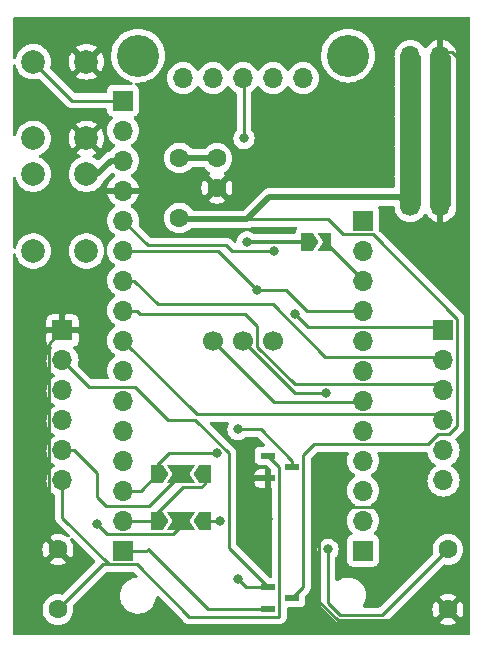
<source format=gtl>
G04 #@! TF.GenerationSoftware,KiCad,Pcbnew,(7.0.0)*
G04 #@! TF.CreationDate,2023-05-02T10:20:12-04:00*
G04 #@! TF.ProjectId,Feather-F405-Bridge,46656174-6865-4722-9d46-3430352d4272,rev?*
G04 #@! TF.SameCoordinates,Original*
G04 #@! TF.FileFunction,Copper,L1,Top*
G04 #@! TF.FilePolarity,Positive*
%FSLAX46Y46*%
G04 Gerber Fmt 4.6, Leading zero omitted, Abs format (unit mm)*
G04 Created by KiCad (PCBNEW (7.0.0)) date 2023-05-02 10:20:12*
%MOMM*%
%LPD*%
G01*
G04 APERTURE LIST*
G04 Aperture macros list*
%AMFreePoly0*
4,1,6,1.000000,0.000000,0.500000,-0.750000,-0.500000,-0.750000,-0.500000,0.750000,0.500000,0.750000,1.000000,0.000000,1.000000,0.000000,$1*%
%AMFreePoly1*
4,1,7,0.700000,0.000000,1.200000,-0.750000,-1.200000,-0.750000,-0.700000,0.000000,-1.200000,0.750000,1.200000,0.750000,0.700000,0.000000,0.700000,0.000000,$1*%
%AMFreePoly2*
4,1,6,0.500000,-0.750000,-0.650000,-0.750000,-0.150000,0.000000,-0.650000,0.750000,0.500000,0.750000,0.500000,-0.750000,0.500000,-0.750000,$1*%
G04 Aperture macros list end*
G04 #@! TA.AperFunction,SMDPad,CuDef*
%ADD10R,1.270000X0.558800*%
G04 #@! TD*
G04 #@! TA.AperFunction,ComponentPad*
%ADD11C,1.600000*%
G04 #@! TD*
G04 #@! TA.AperFunction,SMDPad,CuDef*
%ADD12FreePoly0,0.000000*%
G04 #@! TD*
G04 #@! TA.AperFunction,SMDPad,CuDef*
%ADD13FreePoly1,0.000000*%
G04 #@! TD*
G04 #@! TA.AperFunction,SMDPad,CuDef*
%ADD14FreePoly0,180.000000*%
G04 #@! TD*
G04 #@! TA.AperFunction,ComponentPad*
%ADD15C,2.000000*%
G04 #@! TD*
G04 #@! TA.AperFunction,ComponentPad*
%ADD16C,3.556000*%
G04 #@! TD*
G04 #@! TA.AperFunction,ComponentPad*
%ADD17R,1.700000X1.700000*%
G04 #@! TD*
G04 #@! TA.AperFunction,ComponentPad*
%ADD18O,1.700000X1.700000*%
G04 #@! TD*
G04 #@! TA.AperFunction,ComponentPad*
%ADD19C,1.700000*%
G04 #@! TD*
G04 #@! TA.AperFunction,SMDPad,CuDef*
%ADD20FreePoly2,0.000000*%
G04 #@! TD*
G04 #@! TA.AperFunction,ViaPad*
%ADD21C,0.800000*%
G04 #@! TD*
G04 #@! TA.AperFunction,Conductor*
%ADD22C,0.250000*%
G04 #@! TD*
G04 #@! TA.AperFunction,Conductor*
%ADD23C,0.375000*%
G04 #@! TD*
G04 #@! TA.AperFunction,Conductor*
%ADD24C,0.500000*%
G04 #@! TD*
G04 #@! TA.AperFunction,Conductor*
%ADD25C,0.254000*%
G04 #@! TD*
G04 APERTURE END LIST*
G36*
X81495000Y-133437000D02*
G01*
X79795000Y-133437000D01*
X79795000Y-120737000D01*
X81495000Y-120737000D01*
X81495000Y-133437000D01*
G37*
G36*
X78955000Y-133477000D02*
G01*
X77255000Y-133477000D01*
X77255000Y-120777000D01*
X78955000Y-120777000D01*
X78955000Y-133477000D01*
G37*
D10*
X66039999Y-165740079D03*
X66039999Y-167639999D03*
X68071999Y-166690039D03*
X66039999Y-154632479D03*
X66039999Y-156532399D03*
X68071999Y-155582439D03*
D11*
X81280000Y-167640000D03*
X81280000Y-162560000D03*
X48260000Y-167640000D03*
X48260000Y-162560000D03*
D12*
X56674000Y-160147000D03*
D13*
X58674000Y-160147000D03*
D14*
X60674000Y-160147000D03*
D15*
X50673000Y-130787000D03*
X50673000Y-137287000D03*
X46173000Y-130787000D03*
X46173000Y-137287000D03*
D12*
X56674000Y-156210000D03*
D13*
X58674000Y-156210000D03*
D14*
X60674000Y-156210000D03*
D15*
X50673000Y-121262000D03*
X50673000Y-127762000D03*
X46173000Y-121262000D03*
X46173000Y-127762000D03*
D11*
X61722000Y-129453000D03*
X61722000Y-131953000D03*
D16*
X55040000Y-120740000D03*
X72820000Y-120740000D03*
D17*
X53769999Y-124549999D03*
D18*
X53769999Y-127089999D03*
X53769999Y-129629999D03*
X53769999Y-132169999D03*
X53769999Y-134709999D03*
X53769999Y-137249999D03*
X53769999Y-139789999D03*
X53769999Y-142329999D03*
X53769999Y-144869999D03*
X53769999Y-147409999D03*
X53769999Y-149949999D03*
X53769999Y-152489999D03*
X53769999Y-155029999D03*
X53769999Y-157569999D03*
X53769999Y-160109999D03*
D17*
X53769999Y-162649999D03*
X74089999Y-162649999D03*
D18*
X74089999Y-160109999D03*
X74089999Y-157569999D03*
X74089999Y-155029999D03*
X74089999Y-152489999D03*
X74089999Y-149949999D03*
X74089999Y-147409999D03*
X74089999Y-144869999D03*
X74089999Y-142329999D03*
X74089999Y-139789999D03*
X74089999Y-137249999D03*
D17*
X74089999Y-134709999D03*
D18*
X69009999Y-122644999D03*
X66469999Y-122644999D03*
X63929999Y-122644999D03*
X61389999Y-122644999D03*
X58849999Y-122644999D03*
D19*
X66470000Y-144870000D03*
X63930000Y-144870000D03*
X61390000Y-144870000D03*
D17*
X80898999Y-144017999D03*
D18*
X80898999Y-146557999D03*
X80898999Y-149097999D03*
X80898999Y-151637999D03*
X80898999Y-154177999D03*
X80898999Y-156717999D03*
D17*
X48640999Y-144017999D03*
D18*
X48640999Y-146557999D03*
X48640999Y-149097999D03*
X48640999Y-151637999D03*
X48640999Y-154177999D03*
X48640999Y-156717999D03*
D11*
X58547000Y-134488000D03*
X58547000Y-129408000D03*
D19*
X78105000Y-133477000D03*
D18*
X80644999Y-133476999D03*
X78104999Y-130936999D03*
X80644999Y-130936999D03*
X78104999Y-128396999D03*
X80644999Y-128396999D03*
X78104999Y-125856999D03*
X80644999Y-125856999D03*
X78104999Y-123316999D03*
X80644999Y-123316999D03*
X78104999Y-120776999D03*
X80644999Y-120776999D03*
D12*
X69379000Y-136525000D03*
D20*
X70829000Y-136525000D03*
D21*
X63500000Y-165100000D03*
X71120000Y-162560000D03*
X66040000Y-160020000D03*
X64262000Y-136525000D03*
X61976000Y-160147000D03*
X61722000Y-154432000D03*
X65151000Y-140589000D03*
X64008000Y-127762000D03*
X70993000Y-149309011D03*
X51562000Y-160401000D03*
X63500000Y-152400000D03*
X68330299Y-142616701D03*
X66548000Y-137312000D03*
D22*
X52075000Y-163825000D02*
X52595000Y-163825000D01*
X48260000Y-167640000D02*
X52075000Y-163825000D01*
X47460001Y-145198999D02*
X48641000Y-144018000D01*
X47460001Y-161760001D02*
X47460001Y-145198999D01*
X48260000Y-162560000D02*
X47460001Y-161760001D01*
X81629620Y-120412000D02*
X80645000Y-120412000D01*
X70395000Y-160745000D02*
X72205000Y-158935000D01*
X80365000Y-168555000D02*
X71952223Y-168555000D01*
X72205000Y-158935000D02*
X82735000Y-158935000D01*
X82735000Y-158935000D02*
X82735000Y-121517380D01*
X82735000Y-121517380D02*
X81629620Y-120412000D01*
X71952223Y-168555000D02*
X70395000Y-166997777D01*
X81280000Y-167640000D02*
X80365000Y-168555000D01*
X70395000Y-166997777D02*
X70395000Y-160745000D01*
X64140080Y-165740080D02*
X66040000Y-165740080D01*
X63500000Y-165100000D02*
X64140080Y-165740080D01*
X72138619Y-168105000D02*
X71120000Y-167086381D01*
X71120000Y-167086381D02*
X71120000Y-162560000D01*
X75735000Y-168105000D02*
X72138619Y-168105000D01*
X81280000Y-162560000D02*
X75735000Y-168105000D01*
X66040000Y-165740080D02*
X62701000Y-162401080D01*
X66040000Y-156532400D02*
X66040000Y-160020000D01*
X50858000Y-148775000D02*
X48641000Y-146558000D01*
X57594511Y-151574511D02*
X54795000Y-148775000D01*
X62701000Y-162401080D02*
X62701000Y-154385695D01*
X54795000Y-148775000D02*
X50858000Y-148775000D01*
X62701000Y-154385695D02*
X59889816Y-151574511D01*
X59889816Y-151574511D02*
X57594511Y-151574511D01*
D23*
X69379000Y-136525000D02*
X64262000Y-136525000D01*
D22*
X79560299Y-153665000D02*
X80412299Y-152813000D01*
X69032000Y-154566511D02*
X69933511Y-153665000D01*
X69933511Y-153665000D02*
X79560299Y-153665000D01*
X80412299Y-152813000D02*
X81385701Y-152813000D01*
D24*
X51585000Y-130787000D02*
X52742000Y-129630000D01*
X50673000Y-130787000D02*
X51585000Y-130787000D01*
X52742000Y-129630000D02*
X53770000Y-129630000D01*
D22*
X82074000Y-143034000D02*
X74925000Y-135885000D01*
X74925000Y-135885000D02*
X72385000Y-135885000D01*
X82074000Y-152124701D02*
X82074000Y-143034000D01*
D24*
X58679000Y-134620000D02*
X64262000Y-134620000D01*
X77226022Y-132715000D02*
X78046511Y-133535489D01*
X66167000Y-132715000D02*
X77226022Y-132715000D01*
X64262000Y-134620000D02*
X66167000Y-132715000D01*
D22*
X69032000Y-165730040D02*
X69032000Y-154566511D01*
X72385000Y-135885000D02*
X71120000Y-134620000D01*
X81385701Y-152813000D02*
X82074000Y-152124701D01*
X68072000Y-166690040D02*
X69032000Y-165730040D01*
X71120000Y-134620000D02*
X63500000Y-134620000D01*
X66040000Y-154632480D02*
X67000000Y-155592480D01*
X67000000Y-155592480D02*
X67000000Y-168244400D01*
X54945000Y-163825000D02*
X52595000Y-163825000D01*
X52595000Y-163825000D02*
X48641000Y-159871000D01*
X48641000Y-159871000D02*
X48641000Y-156718000D01*
X67000000Y-168244400D02*
X59364400Y-168244400D01*
X59364400Y-168244400D02*
X54945000Y-163825000D01*
X58869480Y-157284520D02*
X60393480Y-157284520D01*
X53807000Y-160147000D02*
X56674000Y-160147000D01*
X60674000Y-157004000D02*
X60674000Y-156210000D01*
X60393480Y-157284520D02*
X60674000Y-157004000D01*
X56674000Y-160147000D02*
X56674000Y-159480000D01*
X56674000Y-159480000D02*
X58869480Y-157284520D01*
D25*
X53770000Y-157570000D02*
X55314000Y-157570000D01*
X56674000Y-155412150D02*
X57654150Y-154432000D01*
X56674000Y-156210000D02*
X56674000Y-155412150D01*
X55314000Y-157570000D02*
X56674000Y-156210000D01*
X57654150Y-154432000D02*
X61722000Y-154432000D01*
X60674000Y-160147000D02*
X61976000Y-160147000D01*
X61812000Y-137250000D02*
X65151000Y-140589000D01*
X67564000Y-140589000D02*
X65151000Y-140589000D01*
X74053000Y-142367000D02*
X69342000Y-142367000D01*
X53770000Y-137250000D02*
X61812000Y-137250000D01*
X69342000Y-142367000D02*
X67564000Y-140589000D01*
X64008000Y-122723000D02*
X64008000Y-127762000D01*
D22*
X63930000Y-144870000D02*
X68369011Y-149309011D01*
X68369011Y-149309011D02*
X70993000Y-149309011D01*
X61390000Y-144870000D02*
X66553512Y-150033512D01*
X66553512Y-150033512D02*
X74006488Y-150033512D01*
X55880000Y-162560000D02*
X55790000Y-162650000D01*
X66040000Y-167640000D02*
X60960000Y-167640000D01*
X55790000Y-162650000D02*
X53770000Y-162650000D01*
X60960000Y-167640000D02*
X55880000Y-162560000D01*
D25*
X57975500Y-161290000D02*
X52451000Y-161290000D01*
X52451000Y-161290000D02*
X51562000Y-160401000D01*
X58674000Y-160591500D02*
X57975500Y-161290000D01*
X51562000Y-158115000D02*
X52324000Y-158877000D01*
X48641000Y-154178000D02*
X49657000Y-154178000D01*
X51562000Y-156083000D02*
X51562000Y-158115000D01*
X52324000Y-158877000D02*
X56007000Y-158877000D01*
X56007000Y-158877000D02*
X58674000Y-156210000D01*
X49657000Y-154178000D02*
X51562000Y-156083000D01*
D22*
X68072000Y-155053040D02*
X65418960Y-152400000D01*
D25*
X49461000Y-124550000D02*
X53770000Y-124550000D01*
D22*
X65418960Y-152400000D02*
X63500000Y-152400000D01*
D24*
X58547000Y-129408000D02*
X61677000Y-129408000D01*
D22*
X68072000Y-155582440D02*
X68072000Y-155053040D01*
D25*
X46173000Y-121262000D02*
X49461000Y-124550000D01*
D23*
X70829000Y-136525000D02*
X74053000Y-139749000D01*
D22*
X80576489Y-143695489D02*
X69409087Y-143695489D01*
X69409087Y-143695489D02*
X68330299Y-142616701D01*
X55843011Y-136783011D02*
X62488011Y-136783011D01*
X63017000Y-137312000D02*
X66548000Y-137312000D01*
X62488011Y-136783011D02*
X63017000Y-137312000D01*
X53770000Y-134710000D02*
X55843011Y-136783011D01*
X66428011Y-141802511D02*
X70860989Y-146235489D01*
X56712511Y-141802511D02*
X66428011Y-141802511D01*
X54700000Y-139790000D02*
X56712511Y-141802511D01*
X70860989Y-146235489D02*
X80576489Y-146235489D01*
X53770000Y-139790000D02*
X54700000Y-139790000D01*
X65151000Y-143637000D02*
X65151000Y-145415000D01*
X80385511Y-148584511D02*
X80899000Y-149098000D01*
X64135000Y-142621000D02*
X65151000Y-143637000D01*
X53770000Y-142330000D02*
X54954000Y-142330000D01*
X65151000Y-145415000D02*
X68320511Y-148584511D01*
X55245000Y-142621000D02*
X64135000Y-142621000D01*
X54954000Y-142330000D02*
X55245000Y-142621000D01*
X68320511Y-148584511D02*
X80385511Y-148584511D01*
X80385511Y-151124511D02*
X80899000Y-151638000D01*
X53770000Y-144870000D02*
X60024511Y-151124511D01*
X60024511Y-151124511D02*
X80385511Y-151124511D01*
G04 #@! TA.AperFunction,Conductor*
G36*
X62680225Y-151766892D02*
G01*
X62726344Y-151813011D01*
X62743225Y-151876011D01*
X62726344Y-151939011D01*
X62688900Y-152003867D01*
X62672821Y-152031716D01*
X62670782Y-152037990D01*
X62670778Y-152038000D01*
X62616365Y-152205466D01*
X62616363Y-152205473D01*
X62614326Y-152211744D01*
X62613636Y-152218304D01*
X62613636Y-152218307D01*
X62604223Y-152307870D01*
X62594540Y-152400000D01*
X62614326Y-152588256D01*
X62616363Y-152594528D01*
X62616365Y-152594533D01*
X62670778Y-152761999D01*
X62670781Y-152762006D01*
X62672821Y-152768284D01*
X62767467Y-152932216D01*
X62894129Y-153072888D01*
X62933574Y-153101546D01*
X63023429Y-153166830D01*
X63047270Y-153184151D01*
X63053303Y-153186837D01*
X63180707Y-153243562D01*
X63220197Y-153261144D01*
X63405354Y-153300500D01*
X63588043Y-153300500D01*
X63594646Y-153300500D01*
X63779803Y-153261144D01*
X63952730Y-153184151D01*
X64105871Y-153072888D01*
X64110997Y-153067194D01*
X64111853Y-153066572D01*
X64115198Y-153063561D01*
X64115514Y-153063912D01*
X64153386Y-153036395D01*
X64204638Y-153025500D01*
X65107680Y-153025500D01*
X65155898Y-153035091D01*
X65196775Y-153062405D01*
X65771855Y-153637485D01*
X65802593Y-153687644D01*
X65807209Y-153746291D01*
X65784696Y-153800641D01*
X65739963Y-153838847D01*
X65682760Y-153852580D01*
X65360497Y-153852580D01*
X65360478Y-153852580D01*
X65357128Y-153852581D01*
X65353782Y-153852940D01*
X65353776Y-153852941D01*
X65305352Y-153858146D01*
X65305346Y-153858147D01*
X65297517Y-153858989D01*
X65290137Y-153861741D01*
X65290135Y-153861742D01*
X65171112Y-153906134D01*
X65171106Y-153906137D01*
X65162669Y-153909284D01*
X65155456Y-153914682D01*
X65155455Y-153914684D01*
X65054661Y-153990138D01*
X65054657Y-153990141D01*
X65047454Y-153995534D01*
X65042061Y-154002737D01*
X65042058Y-154002741D01*
X64966604Y-154103535D01*
X64961204Y-154110749D01*
X64958057Y-154119186D01*
X64958054Y-154119192D01*
X64913663Y-154238212D01*
X64910909Y-154245597D01*
X64910066Y-154253430D01*
X64910066Y-154253434D01*
X64904859Y-154301858D01*
X64904857Y-154301877D01*
X64904500Y-154305207D01*
X64904500Y-154308573D01*
X64904500Y-154308574D01*
X64904500Y-154956382D01*
X64904500Y-154956400D01*
X64904501Y-154959752D01*
X64904860Y-154963098D01*
X64904861Y-154963103D01*
X64910066Y-155011527D01*
X64910067Y-155011532D01*
X64910909Y-155019363D01*
X64913662Y-155026744D01*
X64958054Y-155145767D01*
X64958055Y-155145770D01*
X64961204Y-155154211D01*
X65047454Y-155269426D01*
X65162669Y-155355676D01*
X65297517Y-155405971D01*
X65348746Y-155411478D01*
X65353778Y-155412020D01*
X65353779Y-155412020D01*
X65357127Y-155412380D01*
X65883117Y-155412379D01*
X65931335Y-155421970D01*
X65972212Y-155449284D01*
X66257095Y-155734167D01*
X66284409Y-155775044D01*
X66294000Y-155823262D01*
X66294000Y-157303210D01*
X66297850Y-157317579D01*
X66304182Y-157323911D01*
X66329491Y-157337086D01*
X66362695Y-157380358D01*
X66374500Y-157433608D01*
X66374500Y-164834180D01*
X66357619Y-164897180D01*
X66311500Y-164943299D01*
X66248500Y-164960180D01*
X66196880Y-164960180D01*
X66148662Y-164950589D01*
X66107785Y-164923275D01*
X63363405Y-162178894D01*
X63336091Y-162138017D01*
X63326500Y-162089799D01*
X63326500Y-156857023D01*
X64897000Y-156857023D01*
X64897359Y-156863738D01*
X64902662Y-156913057D01*
X64906259Y-156928278D01*
X64951405Y-157049319D01*
X64959954Y-157064975D01*
X65036697Y-157167492D01*
X65049307Y-157180102D01*
X65151824Y-157256845D01*
X65167480Y-157265394D01*
X65288521Y-157310540D01*
X65303742Y-157314137D01*
X65353061Y-157319440D01*
X65359777Y-157319800D01*
X65769410Y-157319800D01*
X65782493Y-157316293D01*
X65786000Y-157303210D01*
X65786000Y-156802990D01*
X65782493Y-156789906D01*
X65769410Y-156786400D01*
X64913590Y-156786400D01*
X64900506Y-156789906D01*
X64897000Y-156802990D01*
X64897000Y-156857023D01*
X63326500Y-156857023D01*
X63326500Y-156261810D01*
X64897000Y-156261810D01*
X64900506Y-156274893D01*
X64913590Y-156278400D01*
X65769410Y-156278400D01*
X65782493Y-156274893D01*
X65786000Y-156261810D01*
X65786000Y-155761590D01*
X65782493Y-155748506D01*
X65769410Y-155745000D01*
X65359777Y-155745000D01*
X65353061Y-155745359D01*
X65303742Y-155750662D01*
X65288521Y-155754259D01*
X65167480Y-155799405D01*
X65151824Y-155807954D01*
X65049307Y-155884697D01*
X65036697Y-155897307D01*
X64959954Y-155999824D01*
X64951405Y-156015480D01*
X64906259Y-156136521D01*
X64902662Y-156151742D01*
X64897359Y-156201061D01*
X64897000Y-156207777D01*
X64897000Y-156261810D01*
X63326500Y-156261810D01*
X63326500Y-154463398D01*
X63327016Y-154452438D01*
X63328673Y-154445028D01*
X63326562Y-154377840D01*
X63326500Y-154373883D01*
X63326500Y-154350302D01*
X63326500Y-154346345D01*
X63326003Y-154342413D01*
X63325995Y-154342283D01*
X63325078Y-154330630D01*
X63324977Y-154327404D01*
X63323710Y-154287068D01*
X63318163Y-154267978D01*
X63314154Y-154248617D01*
X63311664Y-154228903D01*
X63305508Y-154213355D01*
X63295621Y-154188383D01*
X63291775Y-154177150D01*
X63286385Y-154158599D01*
X63279618Y-154135305D01*
X63275581Y-154128478D01*
X63269500Y-154118195D01*
X63260802Y-154100441D01*
X63256403Y-154089331D01*
X63253486Y-154081963D01*
X63248826Y-154075550D01*
X63248824Y-154075545D01*
X63227872Y-154046707D01*
X63221355Y-154036786D01*
X63203208Y-154006101D01*
X63203203Y-154006094D01*
X63199170Y-153999275D01*
X63185119Y-153985224D01*
X63172277Y-153970189D01*
X63160594Y-153954108D01*
X63151234Y-153946365D01*
X63127010Y-153926325D01*
X63118230Y-153918335D01*
X61165002Y-151965106D01*
X61134264Y-151914947D01*
X61129648Y-151856300D01*
X61152161Y-151801950D01*
X61196894Y-151763744D01*
X61254097Y-151750011D01*
X62617225Y-151750011D01*
X62680225Y-151766892D01*
G37*
G04 #@! TD.AperFunction*
G04 #@! TA.AperFunction,Conductor*
G36*
X83121500Y-117492381D02*
G01*
X83167619Y-117538500D01*
X83184500Y-117601500D01*
X83184500Y-169672500D01*
X83167619Y-169735500D01*
X83121500Y-169781619D01*
X83058500Y-169798500D01*
X44576500Y-169798500D01*
X44513500Y-169781619D01*
X44467381Y-169735500D01*
X44450500Y-169672500D01*
X44450500Y-167640000D01*
X46954532Y-167640000D01*
X46955011Y-167645475D01*
X46973868Y-167861021D01*
X46974365Y-167866692D01*
X47033261Y-168086496D01*
X47129432Y-168292734D01*
X47132584Y-168297235D01*
X47132586Y-168297239D01*
X47256793Y-168474627D01*
X47256797Y-168474631D01*
X47259953Y-168479139D01*
X47420861Y-168640047D01*
X47425369Y-168643203D01*
X47425372Y-168643206D01*
X47576512Y-168749034D01*
X47607266Y-168770568D01*
X47813504Y-168866739D01*
X48033308Y-168925635D01*
X48260000Y-168945468D01*
X48486692Y-168925635D01*
X48706496Y-168866739D01*
X48912734Y-168770568D01*
X49099139Y-168640047D01*
X49260047Y-168479139D01*
X49390568Y-168292734D01*
X49486739Y-168086496D01*
X49545635Y-167866692D01*
X49565468Y-167640000D01*
X49545635Y-167413308D01*
X49527617Y-167346063D01*
X49527617Y-167280843D01*
X49560227Y-167224361D01*
X52297184Y-164487405D01*
X52338062Y-164460091D01*
X52386280Y-164450500D01*
X52515981Y-164450500D01*
X52535856Y-164450500D01*
X52555566Y-164452050D01*
X52575196Y-164455160D01*
X52618579Y-164451058D01*
X52630437Y-164450500D01*
X52634350Y-164450500D01*
X54633720Y-164450500D01*
X54681938Y-164460091D01*
X54722815Y-164487405D01*
X54967503Y-164732093D01*
X55001467Y-164794123D01*
X54996664Y-164864679D01*
X54954608Y-164921535D01*
X54888547Y-164946779D01*
X54800363Y-164953898D01*
X54800358Y-164953898D01*
X54795301Y-164954307D01*
X54790378Y-164955520D01*
X54790374Y-164955521D01*
X54561864Y-165011844D01*
X54561860Y-165011845D01*
X54556940Y-165013058D01*
X54552277Y-165015044D01*
X54552270Y-165015047D01*
X54335766Y-165107291D01*
X54335762Y-165107292D01*
X54331089Y-165109284D01*
X54326803Y-165111994D01*
X54326794Y-165111999D01*
X54127886Y-165237781D01*
X54127880Y-165237785D01*
X54123600Y-165240492D01*
X54119809Y-165243850D01*
X54119803Y-165243855D01*
X53943646Y-165399917D01*
X53943641Y-165399921D01*
X53939844Y-165403286D01*
X53936637Y-165407212D01*
X53936629Y-165407222D01*
X53787799Y-165589506D01*
X53787794Y-165589511D01*
X53784582Y-165593447D01*
X53782046Y-165597839D01*
X53782038Y-165597851D01*
X53664673Y-165801134D01*
X53661834Y-165806052D01*
X53660033Y-165810799D01*
X53660030Y-165810807D01*
X53576580Y-166030849D01*
X53576578Y-166030854D01*
X53574781Y-166035594D01*
X53573769Y-166040549D01*
X53573766Y-166040561D01*
X53526690Y-166271151D01*
X53526688Y-166271163D01*
X53525675Y-166276128D01*
X53525470Y-166281198D01*
X53525470Y-166281204D01*
X53515994Y-166516347D01*
X53515994Y-166516354D01*
X53515790Y-166521424D01*
X53516401Y-166526461D01*
X53516402Y-166526470D01*
X53531262Y-166648848D01*
X53545381Y-166765129D01*
X53546792Y-166770003D01*
X53546793Y-166770004D01*
X53575543Y-166869262D01*
X53613682Y-167000931D01*
X53615856Y-167005513D01*
X53615857Y-167005515D01*
X53716745Y-167218132D01*
X53716748Y-167218137D01*
X53718924Y-167222723D01*
X53721806Y-167226899D01*
X53721810Y-167226905D01*
X53764822Y-167289218D01*
X53858381Y-167424762D01*
X53909912Y-167478411D01*
X54022800Y-167595940D01*
X54028442Y-167601813D01*
X54224701Y-167749293D01*
X54442076Y-167863380D01*
X54674937Y-167941120D01*
X54917253Y-167980500D01*
X55098730Y-167980500D01*
X55101280Y-167980500D01*
X55284699Y-167965693D01*
X55523060Y-167906942D01*
X55748911Y-167810716D01*
X55956400Y-167679508D01*
X56140156Y-167516714D01*
X56295418Y-167326553D01*
X56418166Y-167113948D01*
X56505219Y-166884406D01*
X56554325Y-166643872D01*
X56555329Y-166618935D01*
X56570859Y-166563221D01*
X56609649Y-166520314D01*
X56663522Y-166499258D01*
X56721126Y-166504492D01*
X56770322Y-166534913D01*
X58867158Y-168631749D01*
X58874547Y-168639868D01*
X58878614Y-168646277D01*
X58884391Y-168651702D01*
X58927607Y-168692285D01*
X58930449Y-168695040D01*
X58949929Y-168714520D01*
X58953061Y-168716950D01*
X58953133Y-168717013D01*
X58962051Y-168724631D01*
X58988037Y-168749034D01*
X58988040Y-168749036D01*
X58993818Y-168754462D01*
X59011234Y-168764036D01*
X59027758Y-168774891D01*
X59037199Y-168782214D01*
X59037202Y-168782216D01*
X59043464Y-168787073D01*
X59050738Y-168790220D01*
X59050737Y-168790220D01*
X59083457Y-168804379D01*
X59094116Y-168809600D01*
X59132308Y-168830597D01*
X59151564Y-168835541D01*
X59170257Y-168841941D01*
X59188504Y-168849837D01*
X59231551Y-168856654D01*
X59243147Y-168859055D01*
X59285381Y-168869900D01*
X59305256Y-168869900D01*
X59324966Y-168871450D01*
X59344596Y-168874560D01*
X59387979Y-168870458D01*
X59399837Y-168869900D01*
X66928965Y-168869900D01*
X66952574Y-168872131D01*
X66960412Y-168873627D01*
X67015695Y-168870148D01*
X67023606Y-168869900D01*
X67035392Y-168869900D01*
X67039350Y-168869900D01*
X67054975Y-168867925D01*
X67062845Y-168867182D01*
X67118138Y-168863704D01*
X67125718Y-168861240D01*
X67148873Y-168856064D01*
X67156792Y-168855064D01*
X67208333Y-168834656D01*
X67215721Y-168831996D01*
X67268441Y-168814867D01*
X67275173Y-168810594D01*
X67296306Y-168799825D01*
X67303732Y-168796886D01*
X67348587Y-168764295D01*
X67355080Y-168759883D01*
X67401877Y-168730186D01*
X67407335Y-168724372D01*
X67425132Y-168708682D01*
X67431587Y-168703994D01*
X67466932Y-168661268D01*
X67472108Y-168655397D01*
X67510062Y-168614982D01*
X67513906Y-168607987D01*
X67527240Y-168588367D01*
X67532324Y-168582223D01*
X67555912Y-168532095D01*
X67559494Y-168525062D01*
X67586197Y-168476492D01*
X67588179Y-168468768D01*
X67596215Y-168446446D01*
X67599614Y-168439226D01*
X67610001Y-168384772D01*
X67611716Y-168377100D01*
X67625500Y-168323419D01*
X67625500Y-168315435D01*
X67627732Y-168291825D01*
X67629227Y-168283988D01*
X67625748Y-168228704D01*
X67625500Y-168220794D01*
X67625500Y-167595940D01*
X67642381Y-167532940D01*
X67688500Y-167486821D01*
X67751500Y-167469940D01*
X68725461Y-167469939D01*
X68754872Y-167469939D01*
X68814483Y-167463531D01*
X68949331Y-167413236D01*
X69064546Y-167326986D01*
X69150796Y-167211771D01*
X69201091Y-167076923D01*
X69207500Y-167017313D01*
X69207499Y-166491319D01*
X69217090Y-166443102D01*
X69244401Y-166402228D01*
X69419364Y-166227265D01*
X69427467Y-166219893D01*
X69433877Y-166215826D01*
X69439308Y-166210043D01*
X69479869Y-166166850D01*
X69482626Y-166164004D01*
X69486721Y-166159909D01*
X69502120Y-166144511D01*
X69504546Y-166141382D01*
X69504629Y-166141289D01*
X69512230Y-166132388D01*
X69542062Y-166100622D01*
X69551642Y-166083194D01*
X69562484Y-166066687D01*
X69574673Y-166050976D01*
X69591991Y-166010953D01*
X69597193Y-166000336D01*
X69618197Y-165962132D01*
X69623140Y-165942876D01*
X69629540Y-165924184D01*
X69637438Y-165905936D01*
X69644257Y-165862879D01*
X69646655Y-165851292D01*
X69657500Y-165809059D01*
X69657500Y-165789184D01*
X69659051Y-165769474D01*
X69659287Y-165767984D01*
X69662160Y-165749844D01*
X69658058Y-165706460D01*
X69657500Y-165694603D01*
X69657500Y-162560000D01*
X70214540Y-162560000D01*
X70234326Y-162748256D01*
X70236363Y-162754528D01*
X70236365Y-162754533D01*
X70290778Y-162921999D01*
X70290781Y-162922006D01*
X70292821Y-162928284D01*
X70387467Y-163092216D01*
X70462136Y-163175144D01*
X70486131Y-163214301D01*
X70494500Y-163259455D01*
X70494500Y-167008678D01*
X70493983Y-167019637D01*
X70492327Y-167027048D01*
X70492576Y-167034973D01*
X70492576Y-167034974D01*
X70494438Y-167094222D01*
X70494500Y-167098180D01*
X70494500Y-167125731D01*
X70494994Y-167129644D01*
X70494999Y-167129721D01*
X70495921Y-167141440D01*
X70497041Y-167177082D01*
X70497042Y-167177088D01*
X70497291Y-167185008D01*
X70499501Y-167192617D01*
X70499503Y-167192625D01*
X70502835Y-167204093D01*
X70506843Y-167223447D01*
X70508341Y-167235306D01*
X70508343Y-167235315D01*
X70509336Y-167243173D01*
X70512252Y-167250538D01*
X70512253Y-167250542D01*
X70525377Y-167283689D01*
X70529222Y-167294918D01*
X70539171Y-167329163D01*
X70539172Y-167329167D01*
X70541382Y-167336771D01*
X70545413Y-167343588D01*
X70545417Y-167343596D01*
X70551499Y-167353881D01*
X70560192Y-167371624D01*
X70564594Y-167382740D01*
X70564596Y-167382743D01*
X70567514Y-167390113D01*
X70572170Y-167396521D01*
X70572172Y-167396525D01*
X70593129Y-167425369D01*
X70599646Y-167435291D01*
X70617789Y-167465970D01*
X70617793Y-167465976D01*
X70621830Y-167472801D01*
X70627439Y-167478410D01*
X70627440Y-167478411D01*
X70635879Y-167486850D01*
X70648719Y-167501883D01*
X70660406Y-167517968D01*
X70666513Y-167523020D01*
X70666514Y-167523021D01*
X70693982Y-167545744D01*
X70702763Y-167553734D01*
X71641382Y-168492354D01*
X71648765Y-168500467D01*
X71652833Y-168506877D01*
X71701826Y-168552885D01*
X71704667Y-168555639D01*
X71724148Y-168575120D01*
X71727280Y-168577550D01*
X71727352Y-168577613D01*
X71736270Y-168585231D01*
X71762256Y-168609634D01*
X71762259Y-168609636D01*
X71768037Y-168615062D01*
X71785453Y-168624636D01*
X71801977Y-168635491D01*
X71811415Y-168642812D01*
X71811420Y-168642815D01*
X71817683Y-168647673D01*
X71824955Y-168650820D01*
X71824957Y-168650821D01*
X71857677Y-168664980D01*
X71868338Y-168670202D01*
X71906527Y-168691197D01*
X71914203Y-168693167D01*
X71914204Y-168693168D01*
X71925769Y-168696137D01*
X71944475Y-168702541D01*
X71962723Y-168710438D01*
X71970557Y-168711678D01*
X71970558Y-168711679D01*
X71970792Y-168711716D01*
X72005774Y-168717256D01*
X72017389Y-168719662D01*
X72059600Y-168730500D01*
X72079475Y-168730500D01*
X72099184Y-168732050D01*
X72118815Y-168735160D01*
X72162198Y-168731058D01*
X72174056Y-168730500D01*
X75657297Y-168730500D01*
X75668256Y-168731016D01*
X75675667Y-168732673D01*
X75742841Y-168730561D01*
X75746799Y-168730500D01*
X75770395Y-168730500D01*
X75774350Y-168730500D01*
X75778274Y-168730004D01*
X75778386Y-168729997D01*
X75790070Y-168729077D01*
X75833627Y-168727709D01*
X75836858Y-168726770D01*
X80555860Y-168726770D01*
X80563414Y-168735014D01*
X80618996Y-168773933D01*
X80628482Y-168779410D01*
X80825946Y-168871489D01*
X80836238Y-168875235D01*
X81046687Y-168931625D01*
X81057480Y-168933528D01*
X81274525Y-168952517D01*
X81285475Y-168952517D01*
X81502519Y-168933528D01*
X81513312Y-168931625D01*
X81723761Y-168875235D01*
X81734053Y-168871489D01*
X81931510Y-168779413D01*
X81941006Y-168773931D01*
X81996586Y-168735013D01*
X82004138Y-168726771D01*
X81998128Y-168717338D01*
X81291729Y-168010939D01*
X81279999Y-168004167D01*
X81268271Y-168010938D01*
X80561867Y-168717341D01*
X80555860Y-168726770D01*
X75836858Y-168726770D01*
X75852711Y-168722163D01*
X75872067Y-168718155D01*
X75891792Y-168715664D01*
X75932323Y-168699616D01*
X75943524Y-168695780D01*
X75985390Y-168683618D01*
X76002498Y-168673499D01*
X76020245Y-168664805D01*
X76038732Y-168657486D01*
X76074001Y-168631860D01*
X76083904Y-168625355D01*
X76121420Y-168603170D01*
X76135473Y-168589116D01*
X76150506Y-168576276D01*
X76166587Y-168564594D01*
X76194370Y-168531008D01*
X76202349Y-168522239D01*
X77079113Y-167645475D01*
X79967483Y-167645475D01*
X79986471Y-167862519D01*
X79988374Y-167873312D01*
X80044764Y-168083761D01*
X80048510Y-168094053D01*
X80140587Y-168291513D01*
X80146066Y-168301002D01*
X80184985Y-168356586D01*
X80193228Y-168364138D01*
X80202656Y-168358132D01*
X80909059Y-167651730D01*
X80915832Y-167639999D01*
X81644167Y-167639999D01*
X81650939Y-167651729D01*
X82357338Y-168358128D01*
X82366771Y-168364138D01*
X82375013Y-168356586D01*
X82413931Y-168301006D01*
X82419413Y-168291510D01*
X82511489Y-168094053D01*
X82515235Y-168083761D01*
X82571625Y-167873312D01*
X82573528Y-167862519D01*
X82592517Y-167645475D01*
X82592517Y-167634525D01*
X82573528Y-167417480D01*
X82571625Y-167406687D01*
X82515235Y-167196238D01*
X82511489Y-167185946D01*
X82419410Y-166988482D01*
X82413933Y-166978996D01*
X82375014Y-166923414D01*
X82366770Y-166915860D01*
X82357341Y-166921867D01*
X81650938Y-167628271D01*
X81644167Y-167639999D01*
X80915832Y-167639999D01*
X80909060Y-167628270D01*
X80202659Y-166921869D01*
X80193227Y-166915860D01*
X80184985Y-166923413D01*
X80146067Y-166978995D01*
X80140587Y-166988485D01*
X80048510Y-167185946D01*
X80044764Y-167196238D01*
X79988374Y-167406687D01*
X79986471Y-167417480D01*
X79967483Y-167634525D01*
X79967483Y-167645475D01*
X77079113Y-167645475D01*
X78171361Y-166553227D01*
X80555860Y-166553227D01*
X80561869Y-166562659D01*
X81268270Y-167269060D01*
X81279999Y-167275832D01*
X81291730Y-167269059D01*
X81998132Y-166562656D01*
X82004138Y-166553228D01*
X81996586Y-166544985D01*
X81941002Y-166506066D01*
X81931513Y-166500587D01*
X81734053Y-166408510D01*
X81723761Y-166404764D01*
X81513312Y-166348374D01*
X81502519Y-166346471D01*
X81285475Y-166327483D01*
X81274525Y-166327483D01*
X81057480Y-166346471D01*
X81046687Y-166348374D01*
X80836238Y-166404764D01*
X80825946Y-166408510D01*
X80628485Y-166500587D01*
X80618995Y-166506067D01*
X80563413Y-166544985D01*
X80555860Y-166553227D01*
X78171361Y-166553227D01*
X80864362Y-163860227D01*
X80920844Y-163827617D01*
X80986067Y-163827618D01*
X81047985Y-163844209D01*
X81047988Y-163844209D01*
X81053308Y-163845635D01*
X81280000Y-163865468D01*
X81506692Y-163845635D01*
X81726496Y-163786739D01*
X81932734Y-163690568D01*
X82119139Y-163560047D01*
X82280047Y-163399139D01*
X82410568Y-163212734D01*
X82506739Y-163006496D01*
X82565635Y-162786692D01*
X82585468Y-162560000D01*
X82565635Y-162333308D01*
X82506739Y-162113504D01*
X82410568Y-161907266D01*
X82395330Y-161885504D01*
X82283206Y-161725372D01*
X82283203Y-161725369D01*
X82280047Y-161720861D01*
X82119139Y-161559953D01*
X82114631Y-161556797D01*
X82114627Y-161556793D01*
X81937239Y-161432586D01*
X81937235Y-161432584D01*
X81932734Y-161429432D01*
X81811000Y-161372666D01*
X81731478Y-161335584D01*
X81731476Y-161335583D01*
X81726496Y-161333261D01*
X81721188Y-161331838D01*
X81721186Y-161331838D01*
X81512006Y-161275789D01*
X81512007Y-161275789D01*
X81506692Y-161274365D01*
X81501216Y-161273885D01*
X81501211Y-161273885D01*
X81285475Y-161255011D01*
X81280000Y-161254532D01*
X81274525Y-161255011D01*
X81058788Y-161273885D01*
X81058781Y-161273886D01*
X81053308Y-161274365D01*
X81047994Y-161275788D01*
X81047993Y-161275789D01*
X80838813Y-161331838D01*
X80838808Y-161331839D01*
X80833504Y-161333261D01*
X80828527Y-161335581D01*
X80828521Y-161335584D01*
X80632247Y-161427109D01*
X80632244Y-161427110D01*
X80627266Y-161429432D01*
X80622769Y-161432580D01*
X80622760Y-161432586D01*
X80445372Y-161556793D01*
X80445361Y-161556801D01*
X80440861Y-161559953D01*
X80436971Y-161563842D01*
X80436965Y-161563848D01*
X80283848Y-161716965D01*
X80283842Y-161716971D01*
X80279953Y-161720861D01*
X80276801Y-161725361D01*
X80276793Y-161725372D01*
X80152586Y-161902760D01*
X80152580Y-161902769D01*
X80149432Y-161907266D01*
X80147110Y-161912244D01*
X80147109Y-161912247D01*
X80055584Y-162108521D01*
X80055581Y-162108527D01*
X80053261Y-162113504D01*
X80051839Y-162118808D01*
X80051838Y-162118813D01*
X80032304Y-162191716D01*
X79994365Y-162333308D01*
X79993886Y-162338781D01*
X79993885Y-162338788D01*
X79978213Y-162517922D01*
X79974532Y-162560000D01*
X79975011Y-162565475D01*
X79990706Y-162744876D01*
X79994365Y-162786692D01*
X79995784Y-162791991D01*
X79995787Y-162792003D01*
X80012381Y-162853934D01*
X80012380Y-162919155D01*
X79979769Y-162975638D01*
X75512814Y-167442595D01*
X75471937Y-167469909D01*
X75423719Y-167479500D01*
X74205352Y-167479500D01*
X74142352Y-167462619D01*
X74096233Y-167416500D01*
X74079352Y-167353500D01*
X74096233Y-167290500D01*
X74096973Y-167289218D01*
X74198166Y-167113948D01*
X74285219Y-166884406D01*
X74334325Y-166643872D01*
X74344210Y-166398576D01*
X74314619Y-166154871D01*
X74246318Y-165919069D01*
X74141076Y-165697277D01*
X74001619Y-165495238D01*
X73831558Y-165318187D01*
X73827502Y-165315139D01*
X73639350Y-165173751D01*
X73639348Y-165173750D01*
X73635299Y-165170707D01*
X73630815Y-165168354D01*
X73630811Y-165168351D01*
X73422418Y-165058978D01*
X73422411Y-165058975D01*
X73417924Y-165056620D01*
X73413114Y-165055014D01*
X73413109Y-165055012D01*
X73189881Y-164980488D01*
X73189875Y-164980486D01*
X73185063Y-164978880D01*
X73180048Y-164978064D01*
X73180044Y-164978064D01*
X72947758Y-164940314D01*
X72947753Y-164940313D01*
X72942747Y-164939500D01*
X72758720Y-164939500D01*
X72756189Y-164939704D01*
X72756172Y-164939705D01*
X72580363Y-164953898D01*
X72580358Y-164953898D01*
X72575301Y-164954307D01*
X72570378Y-164955520D01*
X72570374Y-164955521D01*
X72341864Y-165011844D01*
X72341860Y-165011845D01*
X72336940Y-165013058D01*
X72332277Y-165015044D01*
X72332270Y-165015047D01*
X72115766Y-165107291D01*
X72115762Y-165107292D01*
X72111089Y-165109284D01*
X72106803Y-165111994D01*
X72106794Y-165111999D01*
X71938843Y-165218206D01*
X71875306Y-165237655D01*
X71810710Y-165222078D01*
X71763021Y-165175808D01*
X71745500Y-165111712D01*
X71745500Y-163259455D01*
X71753869Y-163214301D01*
X71777864Y-163175144D01*
X71852533Y-163092216D01*
X71947179Y-162928284D01*
X72005674Y-162748256D01*
X72025460Y-162560000D01*
X72005674Y-162371744D01*
X71947179Y-162191716D01*
X71852533Y-162027784D01*
X71725871Y-161887112D01*
X71670891Y-161847167D01*
X71578071Y-161779729D01*
X71578067Y-161779727D01*
X71572730Y-161775849D01*
X71566699Y-161773163D01*
X71566696Y-161773162D01*
X71405842Y-161701544D01*
X71405835Y-161701541D01*
X71399803Y-161698856D01*
X71393345Y-161697483D01*
X71393341Y-161697482D01*
X71221102Y-161660872D01*
X71221099Y-161660871D01*
X71214646Y-161659500D01*
X71025354Y-161659500D01*
X71018901Y-161660871D01*
X71018897Y-161660872D01*
X70846658Y-161697482D01*
X70846651Y-161697483D01*
X70840197Y-161698856D01*
X70834167Y-161701540D01*
X70834157Y-161701544D01*
X70673303Y-161773162D01*
X70673296Y-161773165D01*
X70667270Y-161775849D01*
X70661935Y-161779724D01*
X70661928Y-161779729D01*
X70519467Y-161883233D01*
X70519462Y-161883236D01*
X70514129Y-161887112D01*
X70509715Y-161892013D01*
X70509714Y-161892015D01*
X70391886Y-162022876D01*
X70387467Y-162027784D01*
X70384166Y-162033500D01*
X70384164Y-162033504D01*
X70300224Y-162178894D01*
X70292821Y-162191716D01*
X70290782Y-162197990D01*
X70290778Y-162198000D01*
X70236365Y-162365466D01*
X70236363Y-162365473D01*
X70234326Y-162371744D01*
X70233636Y-162378304D01*
X70233636Y-162378307D01*
X70221710Y-162491781D01*
X70214540Y-162560000D01*
X69657500Y-162560000D01*
X69657500Y-154877792D01*
X69667091Y-154829574D01*
X69694405Y-154788696D01*
X70155698Y-154327404D01*
X70196575Y-154300091D01*
X70244793Y-154290500D01*
X72746942Y-154290500D01*
X72807547Y-154306033D01*
X72853210Y-154348801D01*
X72872672Y-154408260D01*
X72861136Y-154469751D01*
X72818422Y-154561349D01*
X72818418Y-154561358D01*
X72816097Y-154566337D01*
X72814675Y-154571641D01*
X72814674Y-154571646D01*
X72756361Y-154789276D01*
X72754937Y-154794592D01*
X72754458Y-154800065D01*
X72754457Y-154800072D01*
X72743853Y-154921279D01*
X72734341Y-155030000D01*
X72734820Y-155035475D01*
X72750933Y-155219653D01*
X72754937Y-155265408D01*
X72756360Y-155270721D01*
X72756361Y-155270723D01*
X72808181Y-155464122D01*
X72816097Y-155493663D01*
X72818419Y-155498643D01*
X72818420Y-155498645D01*
X72910143Y-155695344D01*
X72915965Y-155707830D01*
X72919118Y-155712333D01*
X72919121Y-155712338D01*
X72984764Y-155806085D01*
X73051505Y-155901401D01*
X73218599Y-156068495D01*
X73401819Y-156196787D01*
X73441311Y-156241820D01*
X73455548Y-156300000D01*
X73441311Y-156358180D01*
X73401819Y-156403213D01*
X73223105Y-156528349D01*
X73223098Y-156528354D01*
X73218599Y-156531505D01*
X73214709Y-156535394D01*
X73214703Y-156535400D01*
X73055400Y-156694703D01*
X73055394Y-156694709D01*
X73051505Y-156698599D01*
X73048353Y-156703100D01*
X73048345Y-156703110D01*
X72919119Y-156887665D01*
X72919113Y-156887674D01*
X72915965Y-156892171D01*
X72913643Y-156897149D01*
X72913642Y-156897152D01*
X72818420Y-157101354D01*
X72818417Y-157101360D01*
X72816097Y-157106337D01*
X72814675Y-157111641D01*
X72814674Y-157111646D01*
X72757799Y-157323911D01*
X72754937Y-157334592D01*
X72754458Y-157340065D01*
X72754457Y-157340072D01*
X72749121Y-157401062D01*
X72734341Y-157570000D01*
X72734820Y-157575475D01*
X72750933Y-157759653D01*
X72754937Y-157805408D01*
X72756360Y-157810721D01*
X72756361Y-157810723D01*
X72805288Y-157993325D01*
X72816097Y-158033663D01*
X72915965Y-158247830D01*
X72919118Y-158252333D01*
X72919121Y-158252338D01*
X72965434Y-158318479D01*
X73051505Y-158441401D01*
X73218599Y-158608495D01*
X73315375Y-158676258D01*
X73401819Y-158736787D01*
X73441311Y-158781820D01*
X73455548Y-158840000D01*
X73441311Y-158898180D01*
X73401819Y-158943213D01*
X73223105Y-159068349D01*
X73223098Y-159068354D01*
X73218599Y-159071505D01*
X73214709Y-159075394D01*
X73214703Y-159075400D01*
X73055400Y-159234703D01*
X73055394Y-159234709D01*
X73051505Y-159238599D01*
X73048353Y-159243100D01*
X73048345Y-159243110D01*
X72919119Y-159427665D01*
X72919113Y-159427674D01*
X72915965Y-159432171D01*
X72913643Y-159437149D01*
X72913642Y-159437152D01*
X72818420Y-159641354D01*
X72818417Y-159641360D01*
X72816097Y-159646337D01*
X72814675Y-159651641D01*
X72814674Y-159651646D01*
X72757808Y-159863876D01*
X72754937Y-159874592D01*
X72754458Y-159880065D01*
X72754457Y-159880072D01*
X72740889Y-160035161D01*
X72734341Y-160110000D01*
X72734820Y-160115475D01*
X72751632Y-160307640D01*
X72754937Y-160345408D01*
X72756360Y-160350721D01*
X72756361Y-160350723D01*
X72768073Y-160394435D01*
X72816097Y-160573663D01*
X72915965Y-160787830D01*
X72919118Y-160792333D01*
X72919121Y-160792338D01*
X72998392Y-160905547D01*
X73051505Y-160981401D01*
X73055402Y-160985298D01*
X73171230Y-161101126D01*
X73203031Y-161154723D01*
X73205255Y-161217004D01*
X73177359Y-161272734D01*
X73126167Y-161308277D01*
X73006112Y-161353054D01*
X73006106Y-161353057D01*
X72997669Y-161356204D01*
X72990456Y-161361602D01*
X72990455Y-161361604D01*
X72889661Y-161437058D01*
X72889657Y-161437061D01*
X72882454Y-161442454D01*
X72877061Y-161449657D01*
X72877058Y-161449661D01*
X72813959Y-161533951D01*
X72796204Y-161557669D01*
X72793057Y-161566106D01*
X72793054Y-161566112D01*
X72748663Y-161685132D01*
X72745909Y-161692517D01*
X72745066Y-161700350D01*
X72745066Y-161700354D01*
X72739859Y-161748778D01*
X72739857Y-161748797D01*
X72739500Y-161752127D01*
X72739500Y-161755493D01*
X72739500Y-161755494D01*
X72739500Y-163544503D01*
X72739500Y-163544521D01*
X72739501Y-163547872D01*
X72739860Y-163551218D01*
X72739861Y-163551223D01*
X72745066Y-163599647D01*
X72745067Y-163599652D01*
X72745909Y-163607483D01*
X72748662Y-163614864D01*
X72793054Y-163733887D01*
X72793055Y-163733890D01*
X72796204Y-163742331D01*
X72882454Y-163857546D01*
X72997669Y-163943796D01*
X73132517Y-163994091D01*
X73183746Y-163999598D01*
X73188778Y-164000140D01*
X73188779Y-164000140D01*
X73192127Y-164000500D01*
X74987872Y-164000499D01*
X75047483Y-163994091D01*
X75182331Y-163943796D01*
X75297546Y-163857546D01*
X75383796Y-163742331D01*
X75434091Y-163607483D01*
X75440500Y-163547873D01*
X75440499Y-161752128D01*
X75434091Y-161692517D01*
X75383796Y-161557669D01*
X75297546Y-161442454D01*
X75182331Y-161356204D01*
X75173890Y-161353055D01*
X75173887Y-161353054D01*
X75053832Y-161308277D01*
X75002640Y-161272734D01*
X74974743Y-161217004D01*
X74976968Y-161154722D01*
X75008766Y-161101129D01*
X75128495Y-160981401D01*
X75264035Y-160787830D01*
X75363903Y-160573663D01*
X75425063Y-160345408D01*
X75445659Y-160110000D01*
X75425063Y-159874592D01*
X75363903Y-159646337D01*
X75264035Y-159432171D01*
X75209776Y-159354681D01*
X75131654Y-159243110D01*
X75131651Y-159243107D01*
X75128495Y-159238599D01*
X74961401Y-159071505D01*
X74778180Y-158943212D01*
X74738689Y-158898180D01*
X74724452Y-158840000D01*
X74738689Y-158781820D01*
X74778181Y-158736787D01*
X74792991Y-158726417D01*
X74961401Y-158608495D01*
X75128495Y-158441401D01*
X75264035Y-158247830D01*
X75363903Y-158033663D01*
X75425063Y-157805408D01*
X75445659Y-157570000D01*
X75425063Y-157334592D01*
X75363903Y-157106337D01*
X75264035Y-156892171D01*
X75189974Y-156786400D01*
X75131654Y-156703110D01*
X75131651Y-156703107D01*
X75128495Y-156698599D01*
X74961401Y-156531505D01*
X74778180Y-156403212D01*
X74738689Y-156358180D01*
X74724452Y-156300000D01*
X74738689Y-156241820D01*
X74778181Y-156196787D01*
X74961401Y-156068495D01*
X75128495Y-155901401D01*
X75264035Y-155707830D01*
X75363903Y-155493663D01*
X75425063Y-155265408D01*
X75445659Y-155030000D01*
X75425063Y-154794592D01*
X75363903Y-154566337D01*
X75351648Y-154540057D01*
X75318864Y-154469751D01*
X75307328Y-154408260D01*
X75326790Y-154348801D01*
X75372453Y-154306033D01*
X75433058Y-154290500D01*
X79437726Y-154290500D01*
X79497527Y-154305595D01*
X79542999Y-154347264D01*
X79562216Y-154402559D01*
X79562502Y-154402509D01*
X79562813Y-154404275D01*
X79563247Y-154405523D01*
X79563937Y-154413408D01*
X79565360Y-154418721D01*
X79565361Y-154418723D01*
X79603578Y-154561354D01*
X79625097Y-154641663D01*
X79627419Y-154646643D01*
X79627420Y-154646645D01*
X79710869Y-154825601D01*
X79724965Y-154855830D01*
X79728118Y-154860333D01*
X79728121Y-154860338D01*
X79770793Y-154921279D01*
X79860505Y-155049401D01*
X80027599Y-155216495D01*
X80193271Y-155332500D01*
X80210819Y-155344787D01*
X80250311Y-155389820D01*
X80264548Y-155448000D01*
X80250311Y-155506180D01*
X80210819Y-155551213D01*
X80032105Y-155676349D01*
X80032098Y-155676354D01*
X80027599Y-155679505D01*
X80023709Y-155683394D01*
X80023703Y-155683400D01*
X79864400Y-155842703D01*
X79864394Y-155842709D01*
X79860505Y-155846599D01*
X79857353Y-155851100D01*
X79857345Y-155851110D01*
X79728119Y-156035665D01*
X79728113Y-156035674D01*
X79724965Y-156040171D01*
X79722643Y-156045149D01*
X79722642Y-156045152D01*
X79627420Y-156249354D01*
X79627417Y-156249360D01*
X79625097Y-156254337D01*
X79623675Y-156259641D01*
X79623674Y-156259646D01*
X79579277Y-156425340D01*
X79563937Y-156482592D01*
X79563458Y-156488065D01*
X79563457Y-156488072D01*
X79545379Y-156694703D01*
X79543341Y-156718000D01*
X79543820Y-156723475D01*
X79562982Y-156942500D01*
X79563937Y-156953408D01*
X79565360Y-156958721D01*
X79565361Y-156958723D01*
X79603578Y-157101354D01*
X79625097Y-157181663D01*
X79627419Y-157186643D01*
X79627420Y-157186645D01*
X79704382Y-157351689D01*
X79724965Y-157395830D01*
X79728118Y-157400333D01*
X79728121Y-157400338D01*
X79773851Y-157465647D01*
X79860505Y-157589401D01*
X80027599Y-157756495D01*
X80158243Y-157847973D01*
X80199630Y-157876953D01*
X80221170Y-157892035D01*
X80435337Y-157991903D01*
X80663592Y-158053063D01*
X80899000Y-158073659D01*
X81134408Y-158053063D01*
X81362663Y-157991903D01*
X81576830Y-157892035D01*
X81770401Y-157756495D01*
X81937495Y-157589401D01*
X82073035Y-157395830D01*
X82172903Y-157181663D01*
X82234063Y-156953408D01*
X82254659Y-156718000D01*
X82234063Y-156482592D01*
X82172903Y-156254337D01*
X82073035Y-156040171D01*
X82028417Y-155976449D01*
X81940654Y-155851110D01*
X81940651Y-155851107D01*
X81937495Y-155846599D01*
X81770401Y-155679505D01*
X81587180Y-155551212D01*
X81547689Y-155506180D01*
X81533452Y-155448000D01*
X81547689Y-155389820D01*
X81587181Y-155344787D01*
X81600934Y-155335157D01*
X81770401Y-155216495D01*
X81937495Y-155049401D01*
X82073035Y-154855830D01*
X82172903Y-154641663D01*
X82234063Y-154413408D01*
X82254659Y-154178000D01*
X82234063Y-153942592D01*
X82172903Y-153714337D01*
X82073035Y-153500171D01*
X81937495Y-153306599D01*
X81937208Y-153306312D01*
X81911125Y-153252437D01*
X81913815Y-153190820D01*
X81945425Y-153137864D01*
X82461355Y-152621934D01*
X82469463Y-152614556D01*
X82475877Y-152610487D01*
X82521917Y-152561458D01*
X82524609Y-152558680D01*
X82544120Y-152539171D01*
X82546549Y-152536039D01*
X82546663Y-152535910D01*
X82554221Y-152527059D01*
X82584062Y-152495283D01*
X82593642Y-152477855D01*
X82604484Y-152461348D01*
X82616673Y-152445637D01*
X82633988Y-152405623D01*
X82639203Y-152394979D01*
X82656379Y-152363737D01*
X82660197Y-152356793D01*
X82665139Y-152337540D01*
X82671543Y-152318837D01*
X82679438Y-152300596D01*
X82686254Y-152257553D01*
X82688662Y-152245928D01*
X82695754Y-152218307D01*
X82699500Y-152203720D01*
X82699500Y-152183845D01*
X82701051Y-152164135D01*
X82701282Y-152162678D01*
X82704160Y-152144505D01*
X82700058Y-152101121D01*
X82699500Y-152089264D01*
X82699500Y-143111703D01*
X82700016Y-143100743D01*
X82701673Y-143093333D01*
X82699562Y-143026145D01*
X82699500Y-143022188D01*
X82699500Y-142998607D01*
X82699500Y-142994650D01*
X82699003Y-142990718D01*
X82698995Y-142990588D01*
X82698078Y-142978935D01*
X82696710Y-142935373D01*
X82691163Y-142916283D01*
X82687154Y-142896922D01*
X82686373Y-142890739D01*
X82684664Y-142877208D01*
X82668621Y-142836688D01*
X82664775Y-142825455D01*
X82654830Y-142791224D01*
X82652618Y-142783610D01*
X82648581Y-142776783D01*
X82642500Y-142766500D01*
X82633802Y-142748746D01*
X82629403Y-142737636D01*
X82626486Y-142730268D01*
X82621826Y-142723855D01*
X82621824Y-142723850D01*
X82600872Y-142695012D01*
X82594355Y-142685091D01*
X82576208Y-142654406D01*
X82576203Y-142654399D01*
X82572170Y-142647580D01*
X82558118Y-142633528D01*
X82545277Y-142618494D01*
X82533594Y-142602413D01*
X82522151Y-142592947D01*
X82500010Y-142574630D01*
X82491230Y-142566640D01*
X75477404Y-135552813D01*
X75450090Y-135511936D01*
X75440499Y-135463718D01*
X75440499Y-133815497D01*
X75440499Y-133815494D01*
X75440499Y-133812128D01*
X75434091Y-133752517D01*
X75390457Y-133635530D01*
X75383496Y-133575797D01*
X75405015Y-133519639D01*
X75450112Y-133479852D01*
X75508514Y-133465500D01*
X76632878Y-133465500D01*
X76692678Y-133480595D01*
X76738149Y-133522262D01*
X76758396Y-133580512D01*
X76769937Y-133712408D01*
X76771359Y-133717717D01*
X76771361Y-133717725D01*
X76829674Y-133935353D01*
X76831097Y-133940663D01*
X76833419Y-133945643D01*
X76833420Y-133945645D01*
X76905564Y-134100358D01*
X76930965Y-134154830D01*
X76934118Y-134159333D01*
X76934121Y-134159338D01*
X76971483Y-134212696D01*
X77066505Y-134348401D01*
X77233599Y-134515495D01*
X77427170Y-134651035D01*
X77641337Y-134750903D01*
X77869592Y-134812063D01*
X78105000Y-134832659D01*
X78340408Y-134812063D01*
X78568663Y-134750903D01*
X78782830Y-134651035D01*
X78976401Y-134515495D01*
X79143495Y-134348401D01*
X79268776Y-134169480D01*
X79314710Y-134129523D01*
X79374015Y-134115766D01*
X79432848Y-134131422D01*
X79477473Y-134172834D01*
X79566822Y-134309593D01*
X79573210Y-134317799D01*
X79718567Y-134475700D01*
X79726211Y-134482737D01*
X79895588Y-134614568D01*
X79904281Y-134620247D01*
X80093042Y-134722400D01*
X80102559Y-134726575D01*
X80305557Y-134796264D01*
X80315627Y-134798814D01*
X80377461Y-134809132D01*
X80388598Y-134808556D01*
X80391000Y-134797664D01*
X80391000Y-134063500D01*
X80407881Y-134000500D01*
X80454000Y-133954381D01*
X80517000Y-133937500D01*
X80773000Y-133937500D01*
X80836000Y-133954381D01*
X80882119Y-134000500D01*
X80899000Y-134063500D01*
X80899000Y-134797664D01*
X80901401Y-134808556D01*
X80912538Y-134809132D01*
X80974372Y-134798814D01*
X80984442Y-134796264D01*
X81187440Y-134726575D01*
X81196957Y-134722400D01*
X81385718Y-134620247D01*
X81394411Y-134614568D01*
X81563788Y-134482737D01*
X81571432Y-134475700D01*
X81716789Y-134317799D01*
X81723177Y-134309593D01*
X81840568Y-134129913D01*
X81845511Y-134120778D01*
X81931729Y-133924223D01*
X81935099Y-133914408D01*
X81978013Y-133744943D01*
X81978287Y-133731684D01*
X81968722Y-133711048D01*
X81957386Y-133667408D01*
X81962141Y-133622571D01*
X81962601Y-133621004D01*
X81968882Y-133604160D01*
X81980165Y-133579457D01*
X81984030Y-133552572D01*
X81987852Y-133535006D01*
X81991594Y-133522262D01*
X81995500Y-133508961D01*
X81995500Y-133365039D01*
X81995500Y-120701201D01*
X81995500Y-120665039D01*
X81987845Y-120638970D01*
X81984031Y-120621435D01*
X81980165Y-120594543D01*
X81978557Y-120591022D01*
X81974232Y-120550247D01*
X81978522Y-120533730D01*
X81978013Y-120509056D01*
X81935099Y-120339591D01*
X81931729Y-120329776D01*
X81845511Y-120133221D01*
X81840568Y-120124086D01*
X81723177Y-119944406D01*
X81716789Y-119936200D01*
X81571432Y-119778299D01*
X81563788Y-119771262D01*
X81394411Y-119639431D01*
X81385718Y-119633752D01*
X81196957Y-119531599D01*
X81187440Y-119527424D01*
X80984442Y-119457735D01*
X80974372Y-119455185D01*
X80912538Y-119444867D01*
X80901401Y-119445443D01*
X80899000Y-119456336D01*
X80899000Y-120110500D01*
X80882119Y-120173500D01*
X80836000Y-120219619D01*
X80773000Y-120236500D01*
X80517000Y-120236500D01*
X80454000Y-120219619D01*
X80407881Y-120173500D01*
X80391000Y-120110500D01*
X80391000Y-119456336D01*
X80388598Y-119445443D01*
X80377461Y-119444867D01*
X80315627Y-119455185D01*
X80305557Y-119457735D01*
X80102559Y-119527424D01*
X80093042Y-119531599D01*
X79904281Y-119633752D01*
X79895588Y-119639431D01*
X79726211Y-119771262D01*
X79718567Y-119778299D01*
X79573210Y-119936200D01*
X79566816Y-119944415D01*
X79477471Y-120081166D01*
X79432846Y-120122578D01*
X79374014Y-120138234D01*
X79314708Y-120124477D01*
X79268776Y-120084520D01*
X79146654Y-119910110D01*
X79146651Y-119910107D01*
X79143495Y-119905599D01*
X78976401Y-119738505D01*
X78834909Y-119639431D01*
X78787338Y-119606121D01*
X78787333Y-119606118D01*
X78782830Y-119602965D01*
X78629786Y-119531599D01*
X78573645Y-119505420D01*
X78573643Y-119505419D01*
X78568663Y-119503097D01*
X78563355Y-119501674D01*
X78563353Y-119501674D01*
X78345723Y-119443361D01*
X78345721Y-119443360D01*
X78340408Y-119441937D01*
X78334932Y-119441457D01*
X78334927Y-119441457D01*
X78110475Y-119421820D01*
X78105000Y-119421341D01*
X78099525Y-119421820D01*
X77875072Y-119441457D01*
X77875065Y-119441458D01*
X77869592Y-119441937D01*
X77864280Y-119443360D01*
X77864276Y-119443361D01*
X77646646Y-119501674D01*
X77646641Y-119501675D01*
X77641337Y-119503097D01*
X77636360Y-119505417D01*
X77636354Y-119505420D01*
X77432152Y-119600642D01*
X77432149Y-119600643D01*
X77427171Y-119602965D01*
X77422674Y-119606113D01*
X77422665Y-119606119D01*
X77238110Y-119735345D01*
X77238100Y-119735353D01*
X77233599Y-119738505D01*
X77229709Y-119742394D01*
X77229703Y-119742400D01*
X77070400Y-119901703D01*
X77070394Y-119901709D01*
X77066505Y-119905599D01*
X77063353Y-119910100D01*
X77063345Y-119910110D01*
X76934119Y-120094665D01*
X76934113Y-120094674D01*
X76930965Y-120099171D01*
X76928643Y-120104149D01*
X76928642Y-120104152D01*
X76833420Y-120308354D01*
X76833417Y-120308360D01*
X76831097Y-120313337D01*
X76829675Y-120318641D01*
X76829674Y-120318646D01*
X76771361Y-120536274D01*
X76771359Y-120536284D01*
X76769937Y-120541592D01*
X76769457Y-120547070D01*
X76769456Y-120547080D01*
X76756119Y-120699523D01*
X76754669Y-120699396D01*
X76755124Y-120702912D01*
X76754500Y-120705039D01*
X76754500Y-120714041D01*
X76754405Y-120714702D01*
X76754021Y-120723508D01*
X76749341Y-120777000D01*
X76749820Y-120782475D01*
X76754021Y-120830491D01*
X76754500Y-120841473D01*
X76754500Y-123252527D01*
X76754021Y-123263508D01*
X76749341Y-123317000D01*
X76749820Y-123322475D01*
X76754021Y-123370491D01*
X76754500Y-123381473D01*
X76754500Y-125792527D01*
X76754021Y-125803509D01*
X76750221Y-125846946D01*
X76749341Y-125857000D01*
X76749820Y-125862475D01*
X76749820Y-125862483D01*
X76754020Y-125910479D01*
X76754500Y-125921461D01*
X76754500Y-128332527D01*
X76754021Y-128343508D01*
X76749341Y-128397000D01*
X76749820Y-128402475D01*
X76749820Y-128402483D01*
X76754020Y-128450479D01*
X76754500Y-128461461D01*
X76754500Y-130872527D01*
X76754021Y-130883508D01*
X76749341Y-130937000D01*
X76749820Y-130942475D01*
X76754021Y-130990491D01*
X76754500Y-131001473D01*
X76754500Y-131838500D01*
X76737619Y-131901500D01*
X76691500Y-131947619D01*
X76628500Y-131964500D01*
X66230853Y-131964500D01*
X66212591Y-131963170D01*
X66196237Y-131960774D01*
X66196233Y-131960773D01*
X66188977Y-131959711D01*
X66181671Y-131960350D01*
X66181667Y-131960350D01*
X66139711Y-131964021D01*
X66128730Y-131964500D01*
X66123291Y-131964500D01*
X66119653Y-131964925D01*
X66119638Y-131964926D01*
X66092532Y-131968094D01*
X66088891Y-131968466D01*
X66021515Y-131974361D01*
X66021512Y-131974361D01*
X66014203Y-131975001D01*
X66007238Y-131977308D01*
X66004173Y-131977941D01*
X66003611Y-131978031D01*
X66003069Y-131978185D01*
X66000018Y-131978908D01*
X65992745Y-131979759D01*
X65985862Y-131982264D01*
X65985858Y-131982265D01*
X65922285Y-132005402D01*
X65918830Y-132006602D01*
X65854627Y-132027878D01*
X65854617Y-132027882D01*
X65847666Y-132030186D01*
X65841433Y-132034029D01*
X65838593Y-132035354D01*
X65838067Y-132035572D01*
X65837574Y-132035847D01*
X65834766Y-132037256D01*
X65827883Y-132039763D01*
X65821763Y-132043787D01*
X65821755Y-132043792D01*
X65765240Y-132080963D01*
X65762151Y-132082931D01*
X65704587Y-132118437D01*
X65704582Y-132118440D01*
X65698345Y-132122288D01*
X65693159Y-132127472D01*
X65690707Y-132129412D01*
X65690245Y-132129745D01*
X65689822Y-132130133D01*
X65687430Y-132132139D01*
X65681304Y-132136170D01*
X65676270Y-132141504D01*
X65676267Y-132141508D01*
X65629847Y-132190709D01*
X65627295Y-132193336D01*
X63988037Y-133832595D01*
X63947160Y-133859909D01*
X63898942Y-133869500D01*
X59767130Y-133869500D01*
X59708949Y-133855263D01*
X59663917Y-133815770D01*
X59550206Y-133653372D01*
X59550203Y-133653369D01*
X59547047Y-133648861D01*
X59386139Y-133487953D01*
X59381631Y-133484797D01*
X59381627Y-133484793D01*
X59204239Y-133360586D01*
X59204235Y-133360584D01*
X59199734Y-133357432D01*
X58993496Y-133261261D01*
X58988188Y-133259838D01*
X58988186Y-133259838D01*
X58779006Y-133203789D01*
X58779007Y-133203789D01*
X58773692Y-133202365D01*
X58768216Y-133201885D01*
X58768211Y-133201885D01*
X58552475Y-133183011D01*
X58547000Y-133182532D01*
X58541525Y-133183011D01*
X58325788Y-133201885D01*
X58325781Y-133201886D01*
X58320308Y-133202365D01*
X58314994Y-133203788D01*
X58314993Y-133203789D01*
X58105813Y-133259838D01*
X58105808Y-133259839D01*
X58100504Y-133261261D01*
X58095527Y-133263581D01*
X58095521Y-133263584D01*
X57899247Y-133355109D01*
X57899244Y-133355110D01*
X57894266Y-133357432D01*
X57889769Y-133360580D01*
X57889760Y-133360586D01*
X57712372Y-133484793D01*
X57712361Y-133484801D01*
X57707861Y-133487953D01*
X57703971Y-133491842D01*
X57703965Y-133491848D01*
X57550848Y-133644965D01*
X57550842Y-133644971D01*
X57546953Y-133648861D01*
X57543801Y-133653361D01*
X57543793Y-133653372D01*
X57419586Y-133830760D01*
X57419580Y-133830769D01*
X57416432Y-133835266D01*
X57414110Y-133840244D01*
X57414109Y-133840247D01*
X57322584Y-134036521D01*
X57322581Y-134036527D01*
X57320261Y-134041504D01*
X57318839Y-134046808D01*
X57318838Y-134046813D01*
X57265376Y-134246337D01*
X57261365Y-134261308D01*
X57260886Y-134266781D01*
X57260885Y-134266788D01*
X57254140Y-134343889D01*
X57241532Y-134488000D01*
X57242011Y-134493475D01*
X57260475Y-134704525D01*
X57261365Y-134714692D01*
X57320261Y-134934496D01*
X57322583Y-134939476D01*
X57322584Y-134939478D01*
X57325349Y-134945408D01*
X57416432Y-135140734D01*
X57419584Y-135145235D01*
X57419586Y-135145239D01*
X57543793Y-135322627D01*
X57543797Y-135322631D01*
X57546953Y-135327139D01*
X57707861Y-135488047D01*
X57712369Y-135491203D01*
X57712372Y-135491206D01*
X57846751Y-135585298D01*
X57894266Y-135618568D01*
X58100504Y-135714739D01*
X58320308Y-135773635D01*
X58547000Y-135793468D01*
X58773692Y-135773635D01*
X58993496Y-135714739D01*
X59199734Y-135618568D01*
X59386139Y-135488047D01*
X59466781Y-135407405D01*
X59507658Y-135380091D01*
X59555876Y-135370500D01*
X64198147Y-135370500D01*
X64216408Y-135371830D01*
X64230062Y-135373830D01*
X64245701Y-135380352D01*
X64266428Y-135372979D01*
X64289289Y-135370979D01*
X64300270Y-135370500D01*
X64302041Y-135370500D01*
X64305709Y-135370500D01*
X64336494Y-135366901D01*
X64340068Y-135366536D01*
X64414797Y-135359999D01*
X64421775Y-135357686D01*
X64424794Y-135357063D01*
X64425385Y-135356968D01*
X64425956Y-135356806D01*
X64428963Y-135356093D01*
X64436255Y-135355241D01*
X64506704Y-135329599D01*
X64510143Y-135328404D01*
X64527577Y-135322627D01*
X64581334Y-135304814D01*
X64587578Y-135300962D01*
X64590380Y-135299656D01*
X64590932Y-135299427D01*
X64591440Y-135299144D01*
X64594223Y-135297745D01*
X64601117Y-135295237D01*
X64645221Y-135266228D01*
X64678322Y-135250793D01*
X64714460Y-135245500D01*
X68397897Y-135245500D01*
X68464434Y-135264501D01*
X68510903Y-135315772D01*
X68523290Y-135383851D01*
X68497859Y-135448204D01*
X68446125Y-135515623D01*
X68446121Y-135515628D01*
X68441097Y-135522177D01*
X68437939Y-135529800D01*
X68437936Y-135529806D01*
X68393743Y-135636498D01*
X68393741Y-135636503D01*
X68390583Y-135644129D01*
X68389505Y-135652311D01*
X68389504Y-135652318D01*
X68379614Y-135727446D01*
X68357905Y-135783271D01*
X68312872Y-135822763D01*
X68254692Y-135837000D01*
X64888011Y-135837000D01*
X64849075Y-135830833D01*
X64813950Y-135812936D01*
X64720071Y-135744729D01*
X64720067Y-135744727D01*
X64714730Y-135740849D01*
X64708699Y-135738163D01*
X64708696Y-135738162D01*
X64547842Y-135666544D01*
X64547835Y-135666541D01*
X64541803Y-135663856D01*
X64535345Y-135662483D01*
X64535341Y-135662482D01*
X64363102Y-135625872D01*
X64363099Y-135625871D01*
X64356646Y-135624500D01*
X64277409Y-135624500D01*
X64244934Y-135616051D01*
X64211801Y-135624500D01*
X64167354Y-135624500D01*
X64160901Y-135625871D01*
X64160897Y-135625872D01*
X63988658Y-135662482D01*
X63988651Y-135662483D01*
X63982197Y-135663856D01*
X63976167Y-135666540D01*
X63976157Y-135666544D01*
X63815303Y-135738162D01*
X63815296Y-135738165D01*
X63809270Y-135740849D01*
X63803935Y-135744724D01*
X63803928Y-135744729D01*
X63661467Y-135848233D01*
X63661462Y-135848236D01*
X63656129Y-135852112D01*
X63529467Y-135992784D01*
X63526166Y-135998500D01*
X63526164Y-135998504D01*
X63477258Y-136083213D01*
X63434821Y-136156716D01*
X63432782Y-136162990D01*
X63432778Y-136163000D01*
X63378365Y-136330466D01*
X63378363Y-136330473D01*
X63376326Y-136336744D01*
X63375636Y-136343302D01*
X63375636Y-136343306D01*
X63361141Y-136481221D01*
X63334781Y-136546056D01*
X63277891Y-136586823D01*
X63208023Y-136590943D01*
X63146736Y-136557145D01*
X62985252Y-136395661D01*
X62977861Y-136387539D01*
X62973797Y-136381134D01*
X62968022Y-136375711D01*
X62968019Y-136375707D01*
X62924786Y-136335108D01*
X62921945Y-136332354D01*
X62905286Y-136315695D01*
X62902482Y-136312891D01*
X62899349Y-136310460D01*
X62899277Y-136310397D01*
X62890362Y-136302782D01*
X62864369Y-136278373D01*
X62858593Y-136272949D01*
X62851653Y-136269134D01*
X62851644Y-136269127D01*
X62841169Y-136263369D01*
X62824650Y-136252518D01*
X62808947Y-136240338D01*
X62801673Y-136237190D01*
X62768940Y-136223024D01*
X62758286Y-136217804D01*
X62727049Y-136200632D01*
X62727045Y-136200630D01*
X62720103Y-136196814D01*
X62700846Y-136191869D01*
X62682158Y-136185471D01*
X62663907Y-136177573D01*
X62656081Y-136176333D01*
X62656080Y-136176333D01*
X62620865Y-136170755D01*
X62609247Y-136168349D01*
X62574713Y-136159483D01*
X62574708Y-136159482D01*
X62567030Y-136157511D01*
X62559101Y-136157511D01*
X62547155Y-136157511D01*
X62527445Y-136155960D01*
X62515644Y-136154091D01*
X62507815Y-136152851D01*
X62499931Y-136153596D01*
X62499923Y-136153596D01*
X62464432Y-136156952D01*
X62452574Y-136157511D01*
X56154292Y-136157511D01*
X56106074Y-136147920D01*
X56065197Y-136120606D01*
X55111054Y-135166463D01*
X55078442Y-135109979D01*
X55078443Y-135044756D01*
X55103637Y-134950730D01*
X55103637Y-134950729D01*
X55105063Y-134945408D01*
X55125659Y-134710000D01*
X55105063Y-134474592D01*
X55043903Y-134246337D01*
X54944035Y-134032171D01*
X54926280Y-134006814D01*
X54811654Y-133843110D01*
X54811651Y-133843107D01*
X54808495Y-133838599D01*
X54641401Y-133671505D01*
X54556923Y-133612353D01*
X54462882Y-133546504D01*
X54421765Y-133498239D01*
X54409361Y-133436059D01*
X54428809Y-133375711D01*
X54475186Y-133332476D01*
X54510719Y-133313247D01*
X54519411Y-133307568D01*
X54688788Y-133175737D01*
X54696432Y-133168700D01*
X54815120Y-133039770D01*
X60997860Y-133039770D01*
X61005414Y-133048014D01*
X61060996Y-133086933D01*
X61070482Y-133092410D01*
X61267946Y-133184489D01*
X61278238Y-133188235D01*
X61488687Y-133244625D01*
X61499480Y-133246528D01*
X61716525Y-133265517D01*
X61727475Y-133265517D01*
X61944519Y-133246528D01*
X61955312Y-133244625D01*
X62165761Y-133188235D01*
X62176053Y-133184489D01*
X62373510Y-133092413D01*
X62383006Y-133086931D01*
X62438586Y-133048013D01*
X62446138Y-133039771D01*
X62440128Y-133030338D01*
X61733729Y-132323939D01*
X61721999Y-132317167D01*
X61710271Y-132323938D01*
X61003867Y-133030341D01*
X60997860Y-133039770D01*
X54815120Y-133039770D01*
X54841789Y-133010799D01*
X54848177Y-133002593D01*
X54965568Y-132822913D01*
X54970511Y-132813778D01*
X55056729Y-132617223D01*
X55060099Y-132607408D01*
X55103013Y-132437943D01*
X55103248Y-132426565D01*
X55092160Y-132424000D01*
X52447840Y-132424000D01*
X52436751Y-132426565D01*
X52436986Y-132437943D01*
X52479900Y-132607408D01*
X52483270Y-132617223D01*
X52569488Y-132813778D01*
X52574431Y-132822913D01*
X52691822Y-133002593D01*
X52698210Y-133010799D01*
X52843567Y-133168700D01*
X52851211Y-133175737D01*
X53020588Y-133307568D01*
X53029281Y-133313247D01*
X53064816Y-133332478D01*
X53111192Y-133375714D01*
X53130639Y-133436062D01*
X53118234Y-133498240D01*
X53077118Y-133546505D01*
X52903105Y-133668349D01*
X52903098Y-133668354D01*
X52898599Y-133671505D01*
X52894709Y-133675394D01*
X52894703Y-133675400D01*
X52735400Y-133834703D01*
X52735394Y-133834709D01*
X52731505Y-133838599D01*
X52728353Y-133843100D01*
X52728345Y-133843110D01*
X52599119Y-134027665D01*
X52599113Y-134027674D01*
X52595965Y-134032171D01*
X52593643Y-134037149D01*
X52593642Y-134037152D01*
X52498420Y-134241354D01*
X52498417Y-134241360D01*
X52496097Y-134246337D01*
X52494675Y-134251641D01*
X52494674Y-134251646D01*
X52469958Y-134343889D01*
X52434937Y-134474592D01*
X52434458Y-134480065D01*
X52434457Y-134480072D01*
X52419776Y-134647878D01*
X52414341Y-134710000D01*
X52414820Y-134715475D01*
X52433517Y-134929186D01*
X52434937Y-134945408D01*
X52436360Y-134950721D01*
X52436361Y-134950723D01*
X52463154Y-135050719D01*
X52496097Y-135173663D01*
X52498419Y-135178643D01*
X52498420Y-135178645D01*
X52572308Y-135337097D01*
X52595965Y-135387830D01*
X52599118Y-135392333D01*
X52599121Y-135392338D01*
X52616708Y-135417454D01*
X52731505Y-135581401D01*
X52898599Y-135748495D01*
X53081819Y-135876787D01*
X53121311Y-135921820D01*
X53135548Y-135980000D01*
X53121311Y-136038180D01*
X53081819Y-136083213D01*
X52903105Y-136208349D01*
X52903098Y-136208354D01*
X52898599Y-136211505D01*
X52894709Y-136215394D01*
X52894703Y-136215400D01*
X52735400Y-136374703D01*
X52735394Y-136374709D01*
X52731505Y-136378599D01*
X52728353Y-136383100D01*
X52728345Y-136383110D01*
X52599119Y-136567665D01*
X52599113Y-136567674D01*
X52595965Y-136572171D01*
X52593643Y-136577149D01*
X52593642Y-136577152D01*
X52498420Y-136781354D01*
X52498417Y-136781360D01*
X52496097Y-136786337D01*
X52494675Y-136791641D01*
X52494674Y-136791646D01*
X52492940Y-136798119D01*
X52434937Y-137014592D01*
X52434458Y-137020065D01*
X52434455Y-137020083D01*
X52420646Y-137177918D01*
X52400344Y-137236255D01*
X52367197Y-137266557D01*
X52403493Y-137299739D01*
X52423795Y-137358076D01*
X52434455Y-137479916D01*
X52434457Y-137479932D01*
X52434937Y-137485408D01*
X52436360Y-137490721D01*
X52436361Y-137490723D01*
X52445826Y-137526049D01*
X52496097Y-137713663D01*
X52498419Y-137718643D01*
X52498420Y-137718645D01*
X52589705Y-137914405D01*
X52595965Y-137927830D01*
X52599118Y-137932333D01*
X52599121Y-137932338D01*
X52652081Y-138007972D01*
X52731505Y-138121401D01*
X52898599Y-138288495D01*
X53044850Y-138390901D01*
X53081819Y-138416787D01*
X53121311Y-138461820D01*
X53135548Y-138520000D01*
X53121311Y-138578180D01*
X53081819Y-138623213D01*
X52903105Y-138748349D01*
X52903098Y-138748354D01*
X52898599Y-138751505D01*
X52894709Y-138755394D01*
X52894703Y-138755400D01*
X52735400Y-138914703D01*
X52735394Y-138914709D01*
X52731505Y-138918599D01*
X52728353Y-138923100D01*
X52728345Y-138923110D01*
X52599119Y-139107665D01*
X52599113Y-139107674D01*
X52595965Y-139112171D01*
X52593643Y-139117149D01*
X52593642Y-139117152D01*
X52498420Y-139321354D01*
X52498417Y-139321360D01*
X52496097Y-139326337D01*
X52494675Y-139331641D01*
X52494674Y-139331646D01*
X52436361Y-139549276D01*
X52434937Y-139554592D01*
X52434458Y-139560065D01*
X52434457Y-139560072D01*
X52426450Y-139651595D01*
X52414341Y-139790000D01*
X52414820Y-139795475D01*
X52432622Y-139998956D01*
X52434937Y-140025408D01*
X52436360Y-140030721D01*
X52436361Y-140030723D01*
X52481832Y-140200427D01*
X52496097Y-140253663D01*
X52595965Y-140467830D01*
X52599118Y-140472333D01*
X52599121Y-140472338D01*
X52644600Y-140537288D01*
X52731505Y-140661401D01*
X52898599Y-140828495D01*
X53073553Y-140950999D01*
X53081819Y-140956787D01*
X53121311Y-141001820D01*
X53135548Y-141060000D01*
X53121311Y-141118180D01*
X53081819Y-141163213D01*
X52903105Y-141288349D01*
X52903098Y-141288354D01*
X52898599Y-141291505D01*
X52894709Y-141295394D01*
X52894703Y-141295400D01*
X52735400Y-141454703D01*
X52735394Y-141454709D01*
X52731505Y-141458599D01*
X52728353Y-141463100D01*
X52728345Y-141463110D01*
X52599119Y-141647665D01*
X52599113Y-141647674D01*
X52595965Y-141652171D01*
X52593643Y-141657149D01*
X52593642Y-141657152D01*
X52498420Y-141861354D01*
X52498417Y-141861360D01*
X52496097Y-141866337D01*
X52494675Y-141871641D01*
X52494674Y-141871646D01*
X52437645Y-142084485D01*
X52434937Y-142094592D01*
X52434458Y-142100065D01*
X52434457Y-142100072D01*
X52414820Y-142324525D01*
X52414341Y-142330000D01*
X52414820Y-142335475D01*
X52429438Y-142502564D01*
X52434937Y-142565408D01*
X52436360Y-142570721D01*
X52436361Y-142570723D01*
X52484061Y-142748746D01*
X52496097Y-142793663D01*
X52498419Y-142798643D01*
X52498420Y-142798645D01*
X52558629Y-142927763D01*
X52595965Y-143007830D01*
X52599118Y-143012333D01*
X52599121Y-143012338D01*
X52639489Y-143069989D01*
X52731505Y-143201401D01*
X52898599Y-143368495D01*
X53081819Y-143496787D01*
X53121311Y-143541820D01*
X53135548Y-143600000D01*
X53121311Y-143658180D01*
X53081819Y-143703213D01*
X52903105Y-143828349D01*
X52903098Y-143828354D01*
X52898599Y-143831505D01*
X52894709Y-143835394D01*
X52894703Y-143835400D01*
X52735400Y-143994703D01*
X52735394Y-143994709D01*
X52731505Y-143998599D01*
X52728353Y-144003100D01*
X52728345Y-144003110D01*
X52599119Y-144187665D01*
X52599113Y-144187674D01*
X52595965Y-144192171D01*
X52593643Y-144197149D01*
X52593642Y-144197152D01*
X52498420Y-144401354D01*
X52498417Y-144401360D01*
X52496097Y-144406337D01*
X52494675Y-144411641D01*
X52494674Y-144411646D01*
X52436362Y-144629273D01*
X52434937Y-144634592D01*
X52434458Y-144640065D01*
X52434457Y-144640072D01*
X52414820Y-144864525D01*
X52414341Y-144870000D01*
X52414820Y-144875475D01*
X52424215Y-144982864D01*
X52434937Y-145105408D01*
X52436360Y-145110721D01*
X52436361Y-145110723D01*
X52488790Y-145306395D01*
X52496097Y-145333663D01*
X52498419Y-145338643D01*
X52498420Y-145338645D01*
X52509353Y-145362091D01*
X52595965Y-145547830D01*
X52599118Y-145552333D01*
X52599121Y-145552338D01*
X52639489Y-145609989D01*
X52731505Y-145741401D01*
X52898599Y-145908495D01*
X53081819Y-146036787D01*
X53121311Y-146081820D01*
X53135548Y-146140000D01*
X53121311Y-146198180D01*
X53081819Y-146243213D01*
X52903105Y-146368349D01*
X52903098Y-146368354D01*
X52898599Y-146371505D01*
X52894709Y-146375394D01*
X52894703Y-146375400D01*
X52735400Y-146534703D01*
X52735394Y-146534709D01*
X52731505Y-146538599D01*
X52728353Y-146543100D01*
X52728345Y-146543110D01*
X52599119Y-146727665D01*
X52599113Y-146727674D01*
X52595965Y-146732171D01*
X52593643Y-146737149D01*
X52593642Y-146737152D01*
X52498420Y-146941354D01*
X52498417Y-146941360D01*
X52496097Y-146946337D01*
X52494675Y-146951641D01*
X52494674Y-146951646D01*
X52466026Y-147058564D01*
X52434937Y-147174592D01*
X52434458Y-147180065D01*
X52434457Y-147180072D01*
X52422913Y-147312025D01*
X52414341Y-147410000D01*
X52414820Y-147415475D01*
X52430933Y-147599653D01*
X52434937Y-147645408D01*
X52436360Y-147650721D01*
X52436361Y-147650723D01*
X52474182Y-147791876D01*
X52496097Y-147873663D01*
X52498419Y-147878643D01*
X52498420Y-147878645D01*
X52541136Y-147970250D01*
X52552671Y-148031741D01*
X52533208Y-148091200D01*
X52487546Y-148133968D01*
X52426941Y-148149500D01*
X51169281Y-148149500D01*
X51121063Y-148139909D01*
X51080186Y-148112595D01*
X49982054Y-147014463D01*
X49949442Y-146957979D01*
X49949443Y-146892756D01*
X49974637Y-146798730D01*
X49974637Y-146798729D01*
X49976063Y-146793408D01*
X49996659Y-146558000D01*
X49976063Y-146322592D01*
X49914903Y-146094337D01*
X49815035Y-145880171D01*
X49811880Y-145875665D01*
X49682654Y-145691110D01*
X49682651Y-145691107D01*
X49679495Y-145686599D01*
X49565599Y-145572703D01*
X49533798Y-145519106D01*
X49531574Y-145456824D01*
X49559470Y-145401095D01*
X49610663Y-145365552D01*
X49728518Y-145321595D01*
X49744175Y-145313045D01*
X49846692Y-145236302D01*
X49859302Y-145223692D01*
X49936045Y-145121175D01*
X49944594Y-145105519D01*
X49989740Y-144984478D01*
X49993337Y-144969257D01*
X49998640Y-144919938D01*
X49999000Y-144913223D01*
X49999000Y-144288590D01*
X49995493Y-144275506D01*
X49982410Y-144272000D01*
X47299590Y-144272000D01*
X47286506Y-144275506D01*
X47283000Y-144288590D01*
X47283000Y-144913223D01*
X47283359Y-144919938D01*
X47288662Y-144969257D01*
X47292259Y-144984478D01*
X47337405Y-145105519D01*
X47345954Y-145121175D01*
X47422697Y-145223692D01*
X47435307Y-145236302D01*
X47537824Y-145313045D01*
X47553479Y-145321594D01*
X47671337Y-145365552D01*
X47722529Y-145401095D01*
X47750425Y-145456824D01*
X47748201Y-145519106D01*
X47716401Y-145572703D01*
X47602505Y-145686599D01*
X47599353Y-145691100D01*
X47599345Y-145691110D01*
X47470119Y-145875665D01*
X47470113Y-145875674D01*
X47466965Y-145880171D01*
X47464643Y-145885149D01*
X47464642Y-145885152D01*
X47369420Y-146089354D01*
X47369417Y-146089360D01*
X47367097Y-146094337D01*
X47365675Y-146099641D01*
X47365674Y-146099646D01*
X47318121Y-146277119D01*
X47305937Y-146322592D01*
X47305458Y-146328065D01*
X47305457Y-146328072D01*
X47300029Y-146390116D01*
X47285341Y-146558000D01*
X47285820Y-146563475D01*
X47303005Y-146759902D01*
X47305937Y-146793408D01*
X47307360Y-146798721D01*
X47307361Y-146798723D01*
X47351219Y-146962407D01*
X47367097Y-147021663D01*
X47369419Y-147026643D01*
X47369420Y-147026645D01*
X47464639Y-147230842D01*
X47466965Y-147235830D01*
X47470118Y-147240333D01*
X47470121Y-147240338D01*
X47520317Y-147312025D01*
X47602505Y-147429401D01*
X47769599Y-147596495D01*
X47847045Y-147650723D01*
X47952819Y-147724787D01*
X47992311Y-147769820D01*
X48006548Y-147828000D01*
X47992311Y-147886180D01*
X47952819Y-147931213D01*
X47774105Y-148056349D01*
X47774098Y-148056354D01*
X47769599Y-148059505D01*
X47765709Y-148063394D01*
X47765703Y-148063400D01*
X47606400Y-148222703D01*
X47606394Y-148222709D01*
X47602505Y-148226599D01*
X47599353Y-148231100D01*
X47599345Y-148231110D01*
X47470119Y-148415665D01*
X47470113Y-148415674D01*
X47466965Y-148420171D01*
X47464643Y-148425149D01*
X47464642Y-148425152D01*
X47369420Y-148629354D01*
X47369417Y-148629360D01*
X47367097Y-148634337D01*
X47305937Y-148862592D01*
X47305458Y-148868065D01*
X47305457Y-148868072D01*
X47293913Y-149000025D01*
X47285341Y-149098000D01*
X47285820Y-149103475D01*
X47305443Y-149327771D01*
X47305937Y-149333408D01*
X47307360Y-149338721D01*
X47307361Y-149338723D01*
X47324329Y-149402051D01*
X47367097Y-149561663D01*
X47369419Y-149566643D01*
X47369420Y-149566645D01*
X47464639Y-149770842D01*
X47466965Y-149775830D01*
X47470118Y-149780333D01*
X47470121Y-149780338D01*
X47549392Y-149893547D01*
X47602505Y-149969401D01*
X47769599Y-150136495D01*
X47847045Y-150190723D01*
X47952819Y-150264787D01*
X47992311Y-150309820D01*
X48006548Y-150368000D01*
X47992311Y-150426180D01*
X47952819Y-150471213D01*
X47774105Y-150596349D01*
X47774098Y-150596354D01*
X47769599Y-150599505D01*
X47765709Y-150603394D01*
X47765703Y-150603400D01*
X47606400Y-150762703D01*
X47606394Y-150762709D01*
X47602505Y-150766599D01*
X47599353Y-150771100D01*
X47599345Y-150771110D01*
X47470119Y-150955665D01*
X47470113Y-150955674D01*
X47466965Y-150960171D01*
X47464643Y-150965149D01*
X47464642Y-150965152D01*
X47369420Y-151169354D01*
X47369417Y-151169360D01*
X47367097Y-151174337D01*
X47365675Y-151179641D01*
X47365674Y-151179646D01*
X47329148Y-151315965D01*
X47305937Y-151402592D01*
X47305458Y-151408065D01*
X47305457Y-151408072D01*
X47287379Y-151614703D01*
X47285341Y-151638000D01*
X47285820Y-151643475D01*
X47305444Y-151867784D01*
X47305937Y-151873408D01*
X47307360Y-151878721D01*
X47307361Y-151878723D01*
X47351815Y-152044631D01*
X47367097Y-152101663D01*
X47369419Y-152106643D01*
X47369420Y-152106645D01*
X47456210Y-152292765D01*
X47466965Y-152315830D01*
X47470118Y-152320333D01*
X47470121Y-152320338D01*
X47526032Y-152400187D01*
X47602505Y-152509401D01*
X47769599Y-152676495D01*
X47908859Y-152774006D01*
X47952819Y-152804787D01*
X47992311Y-152849820D01*
X48006548Y-152908000D01*
X47992311Y-152966180D01*
X47952819Y-153011213D01*
X47774105Y-153136349D01*
X47774098Y-153136354D01*
X47769599Y-153139505D01*
X47765709Y-153143394D01*
X47765703Y-153143400D01*
X47606400Y-153302703D01*
X47606394Y-153302709D01*
X47602505Y-153306599D01*
X47599353Y-153311100D01*
X47599345Y-153311110D01*
X47470119Y-153495665D01*
X47470113Y-153495674D01*
X47466965Y-153500171D01*
X47464643Y-153505149D01*
X47464642Y-153505152D01*
X47369420Y-153709354D01*
X47369417Y-153709360D01*
X47367097Y-153714337D01*
X47365675Y-153719641D01*
X47365674Y-153719646D01*
X47307361Y-153937276D01*
X47305937Y-153942592D01*
X47305458Y-153948065D01*
X47305457Y-153948072D01*
X47289440Y-154131146D01*
X47285341Y-154178000D01*
X47285820Y-154183475D01*
X47305137Y-154404275D01*
X47305937Y-154413408D01*
X47307360Y-154418721D01*
X47307361Y-154418723D01*
X47345578Y-154561354D01*
X47367097Y-154641663D01*
X47369419Y-154646643D01*
X47369420Y-154646645D01*
X47452869Y-154825601D01*
X47466965Y-154855830D01*
X47470118Y-154860333D01*
X47470121Y-154860338D01*
X47512793Y-154921279D01*
X47602505Y-155049401D01*
X47769599Y-155216495D01*
X47935271Y-155332500D01*
X47952819Y-155344787D01*
X47992311Y-155389820D01*
X48006548Y-155448000D01*
X47992311Y-155506180D01*
X47952819Y-155551213D01*
X47774105Y-155676349D01*
X47774098Y-155676354D01*
X47769599Y-155679505D01*
X47765709Y-155683394D01*
X47765703Y-155683400D01*
X47606400Y-155842703D01*
X47606394Y-155842709D01*
X47602505Y-155846599D01*
X47599353Y-155851100D01*
X47599345Y-155851110D01*
X47470119Y-156035665D01*
X47470113Y-156035674D01*
X47466965Y-156040171D01*
X47464643Y-156045149D01*
X47464642Y-156045152D01*
X47369420Y-156249354D01*
X47369417Y-156249360D01*
X47367097Y-156254337D01*
X47365675Y-156259641D01*
X47365674Y-156259646D01*
X47321277Y-156425340D01*
X47305937Y-156482592D01*
X47305458Y-156488065D01*
X47305457Y-156488072D01*
X47287379Y-156694703D01*
X47285341Y-156718000D01*
X47285820Y-156723475D01*
X47304982Y-156942500D01*
X47305937Y-156953408D01*
X47307360Y-156958721D01*
X47307361Y-156958723D01*
X47345578Y-157101354D01*
X47367097Y-157181663D01*
X47369419Y-157186643D01*
X47369420Y-157186645D01*
X47446382Y-157351689D01*
X47466965Y-157395830D01*
X47470118Y-157400333D01*
X47470121Y-157400338D01*
X47515851Y-157465647D01*
X47602505Y-157589401D01*
X47769599Y-157756495D01*
X47961771Y-157891056D01*
X48001263Y-157936088D01*
X48015500Y-157994268D01*
X48015500Y-159793297D01*
X48014983Y-159804256D01*
X48013327Y-159811667D01*
X48013576Y-159819592D01*
X48013576Y-159819593D01*
X48015438Y-159878841D01*
X48015500Y-159882799D01*
X48015500Y-159910350D01*
X48015994Y-159914263D01*
X48015999Y-159914340D01*
X48016921Y-159926059D01*
X48018041Y-159961701D01*
X48018042Y-159961707D01*
X48018291Y-159969627D01*
X48020501Y-159977236D01*
X48020503Y-159977244D01*
X48023835Y-159988712D01*
X48027843Y-160008066D01*
X48029341Y-160019925D01*
X48029343Y-160019934D01*
X48030336Y-160027792D01*
X48033252Y-160035157D01*
X48033253Y-160035161D01*
X48046377Y-160068308D01*
X48050222Y-160079537D01*
X48060171Y-160113782D01*
X48060172Y-160113786D01*
X48062382Y-160121390D01*
X48066413Y-160128207D01*
X48066417Y-160128215D01*
X48072499Y-160138500D01*
X48081192Y-160156243D01*
X48085594Y-160167359D01*
X48085596Y-160167362D01*
X48088514Y-160174732D01*
X48093170Y-160181140D01*
X48093172Y-160181144D01*
X48114129Y-160209988D01*
X48120646Y-160219910D01*
X48138789Y-160250589D01*
X48138793Y-160250595D01*
X48142830Y-160257420D01*
X48148439Y-160263029D01*
X48148440Y-160263030D01*
X48156879Y-160271469D01*
X48169719Y-160286502D01*
X48181406Y-160302587D01*
X48187513Y-160307639D01*
X48187514Y-160307640D01*
X48214988Y-160330368D01*
X48223768Y-160338358D01*
X49205117Y-161319708D01*
X49236729Y-161372666D01*
X49239419Y-161434283D01*
X49212543Y-161489794D01*
X49162542Y-161525901D01*
X49101394Y-161533951D01*
X49043751Y-161512016D01*
X48921006Y-161426068D01*
X48911510Y-161420586D01*
X48714053Y-161328510D01*
X48703761Y-161324764D01*
X48493312Y-161268374D01*
X48482519Y-161266471D01*
X48265475Y-161247483D01*
X48254525Y-161247483D01*
X48037480Y-161266471D01*
X48026687Y-161268374D01*
X47816238Y-161324764D01*
X47805946Y-161328510D01*
X47608485Y-161420587D01*
X47598995Y-161426067D01*
X47543413Y-161464985D01*
X47535860Y-161473227D01*
X47541869Y-161482659D01*
X49337338Y-163278128D01*
X49346771Y-163284138D01*
X49355013Y-163276586D01*
X49393931Y-163221006D01*
X49399413Y-163211510D01*
X49491489Y-163014053D01*
X49495235Y-163003761D01*
X49551625Y-162793312D01*
X49553528Y-162782519D01*
X49572517Y-162565475D01*
X49572517Y-162554525D01*
X49553528Y-162337480D01*
X49551625Y-162326687D01*
X49495235Y-162116238D01*
X49491489Y-162105946D01*
X49399413Y-161908489D01*
X49393931Y-161898993D01*
X49307984Y-161776248D01*
X49286049Y-161718605D01*
X49294099Y-161657457D01*
X49330206Y-161607455D01*
X49385718Y-161580580D01*
X49447334Y-161583270D01*
X49500291Y-161614881D01*
X50433679Y-162548270D01*
X51361313Y-163475904D01*
X51393925Y-163532388D01*
X51393925Y-163597610D01*
X51361313Y-163654094D01*
X48675638Y-166339769D01*
X48619155Y-166372380D01*
X48553934Y-166372381D01*
X48492003Y-166355787D01*
X48491991Y-166355784D01*
X48486692Y-166354365D01*
X48481222Y-166353886D01*
X48481220Y-166353886D01*
X48265475Y-166335011D01*
X48260000Y-166334532D01*
X48254525Y-166335011D01*
X48038788Y-166353885D01*
X48038781Y-166353886D01*
X48033308Y-166354365D01*
X48027994Y-166355788D01*
X48027993Y-166355789D01*
X47818813Y-166411838D01*
X47818808Y-166411839D01*
X47813504Y-166413261D01*
X47808527Y-166415581D01*
X47808521Y-166415584D01*
X47612247Y-166507109D01*
X47612244Y-166507110D01*
X47607266Y-166509432D01*
X47602769Y-166512580D01*
X47602760Y-166512586D01*
X47425372Y-166636793D01*
X47425361Y-166636801D01*
X47420861Y-166639953D01*
X47416971Y-166643842D01*
X47416965Y-166643848D01*
X47263848Y-166796965D01*
X47263842Y-166796971D01*
X47259953Y-166800861D01*
X47256801Y-166805361D01*
X47256793Y-166805372D01*
X47132586Y-166982760D01*
X47132580Y-166982769D01*
X47129432Y-166987266D01*
X47127110Y-166992244D01*
X47127109Y-166992247D01*
X47035584Y-167188521D01*
X47035581Y-167188527D01*
X47033261Y-167193504D01*
X47031839Y-167198808D01*
X47031838Y-167198813D01*
X46980580Y-167390113D01*
X46974365Y-167413308D01*
X46973886Y-167418781D01*
X46973885Y-167418788D01*
X46962778Y-167545744D01*
X46954532Y-167640000D01*
X44450500Y-167640000D01*
X44450500Y-163646770D01*
X47535860Y-163646770D01*
X47543414Y-163655014D01*
X47598996Y-163693933D01*
X47608482Y-163699410D01*
X47805946Y-163791489D01*
X47816238Y-163795235D01*
X48026687Y-163851625D01*
X48037480Y-163853528D01*
X48254525Y-163872517D01*
X48265475Y-163872517D01*
X48482519Y-163853528D01*
X48493312Y-163851625D01*
X48703761Y-163795235D01*
X48714053Y-163791489D01*
X48911510Y-163699413D01*
X48921006Y-163693931D01*
X48976586Y-163655013D01*
X48984138Y-163646771D01*
X48978128Y-163637338D01*
X48271729Y-162930939D01*
X48259999Y-162924167D01*
X48248271Y-162930938D01*
X47541867Y-163637341D01*
X47535860Y-163646770D01*
X44450500Y-163646770D01*
X44450500Y-162565475D01*
X46947483Y-162565475D01*
X46966471Y-162782519D01*
X46968374Y-162793312D01*
X47024764Y-163003761D01*
X47028510Y-163014053D01*
X47120587Y-163211513D01*
X47126066Y-163221002D01*
X47164985Y-163276586D01*
X47173228Y-163284138D01*
X47182656Y-163278132D01*
X47889059Y-162571730D01*
X47895832Y-162559999D01*
X47889060Y-162548270D01*
X47182659Y-161841869D01*
X47173227Y-161835860D01*
X47164985Y-161843413D01*
X47126067Y-161898995D01*
X47120587Y-161908485D01*
X47028510Y-162105946D01*
X47024764Y-162116238D01*
X46968374Y-162326687D01*
X46966471Y-162337480D01*
X46947483Y-162554525D01*
X46947483Y-162565475D01*
X44450500Y-162565475D01*
X44450500Y-143747410D01*
X47283000Y-143747410D01*
X47286506Y-143760493D01*
X47299590Y-143764000D01*
X48370410Y-143764000D01*
X48383493Y-143760493D01*
X48387000Y-143747410D01*
X48895000Y-143747410D01*
X48898506Y-143760493D01*
X48911590Y-143764000D01*
X49982410Y-143764000D01*
X49995493Y-143760493D01*
X49999000Y-143747410D01*
X49999000Y-143122777D01*
X49998640Y-143116061D01*
X49993337Y-143066742D01*
X49989740Y-143051521D01*
X49944594Y-142930480D01*
X49936045Y-142914824D01*
X49859302Y-142812307D01*
X49846692Y-142799697D01*
X49744175Y-142722954D01*
X49728519Y-142714405D01*
X49607478Y-142669259D01*
X49592257Y-142665662D01*
X49542938Y-142660359D01*
X49536223Y-142660000D01*
X48911590Y-142660000D01*
X48898506Y-142663506D01*
X48895000Y-142676590D01*
X48895000Y-143747410D01*
X48387000Y-143747410D01*
X48387000Y-142676590D01*
X48383493Y-142663506D01*
X48370410Y-142660000D01*
X47745777Y-142660000D01*
X47739061Y-142660359D01*
X47689742Y-142665662D01*
X47674521Y-142669259D01*
X47553480Y-142714405D01*
X47537824Y-142722954D01*
X47435307Y-142799697D01*
X47422697Y-142812307D01*
X47345954Y-142914824D01*
X47337405Y-142930480D01*
X47292259Y-143051521D01*
X47288662Y-143066742D01*
X47283359Y-143116061D01*
X47283000Y-143122777D01*
X47283000Y-143747410D01*
X44450500Y-143747410D01*
X44450500Y-137608210D01*
X44464871Y-137549773D01*
X44504704Y-137504666D01*
X44560915Y-137483178D01*
X44620680Y-137490210D01*
X44670368Y-137524158D01*
X44698644Y-137577279D01*
X44746538Y-137766411D01*
X44748937Y-137775881D01*
X44848827Y-138003607D01*
X44851679Y-138007972D01*
X44959590Y-138173144D01*
X44984836Y-138211785D01*
X44988369Y-138215623D01*
X44988370Y-138215624D01*
X45149723Y-138390901D01*
X45149728Y-138390905D01*
X45153256Y-138394738D01*
X45157365Y-138397936D01*
X45157367Y-138397938D01*
X45190897Y-138424035D01*
X45349491Y-138547474D01*
X45568190Y-138665828D01*
X45573119Y-138667520D01*
X45573121Y-138667521D01*
X45685787Y-138706199D01*
X45803386Y-138746571D01*
X46048665Y-138787500D01*
X46292124Y-138787500D01*
X46297335Y-138787500D01*
X46542614Y-138746571D01*
X46777810Y-138665828D01*
X46996509Y-138547474D01*
X47192744Y-138394738D01*
X47361164Y-138211785D01*
X47497173Y-138003607D01*
X47597063Y-137775881D01*
X47658108Y-137534821D01*
X47678643Y-137287000D01*
X49167357Y-137287000D01*
X49167787Y-137292189D01*
X49185027Y-137500256D01*
X49187892Y-137534821D01*
X49189173Y-137539879D01*
X49246538Y-137766411D01*
X49248937Y-137775881D01*
X49348827Y-138003607D01*
X49351679Y-138007972D01*
X49459590Y-138173144D01*
X49484836Y-138211785D01*
X49488369Y-138215623D01*
X49488370Y-138215624D01*
X49649723Y-138390901D01*
X49649728Y-138390905D01*
X49653256Y-138394738D01*
X49657365Y-138397936D01*
X49657367Y-138397938D01*
X49690897Y-138424035D01*
X49849491Y-138547474D01*
X50068190Y-138665828D01*
X50073119Y-138667520D01*
X50073121Y-138667521D01*
X50185787Y-138706199D01*
X50303386Y-138746571D01*
X50548665Y-138787500D01*
X50792124Y-138787500D01*
X50797335Y-138787500D01*
X51042614Y-138746571D01*
X51277810Y-138665828D01*
X51496509Y-138547474D01*
X51692744Y-138394738D01*
X51861164Y-138211785D01*
X51997173Y-138003607D01*
X52097063Y-137775881D01*
X52158108Y-137534821D01*
X52172705Y-137358650D01*
X52192739Y-137300224D01*
X52226091Y-137269449D01*
X52189590Y-137235770D01*
X52169556Y-137177341D01*
X52162387Y-137090822D01*
X52158108Y-137039179D01*
X52097063Y-136798119D01*
X51997173Y-136570393D01*
X51861164Y-136362215D01*
X51835398Y-136334226D01*
X51696276Y-136183098D01*
X51696271Y-136183093D01*
X51692744Y-136179262D01*
X51688635Y-136176064D01*
X51688632Y-136176061D01*
X51500619Y-136029725D01*
X51496509Y-136026526D01*
X51405348Y-135977192D01*
X51282395Y-135910653D01*
X51282392Y-135910651D01*
X51277810Y-135908172D01*
X51272886Y-135906481D01*
X51272878Y-135906478D01*
X51047544Y-135829121D01*
X51047538Y-135829119D01*
X51042614Y-135827429D01*
X51037477Y-135826571D01*
X51037474Y-135826571D01*
X50802472Y-135787357D01*
X50802469Y-135787356D01*
X50797335Y-135786500D01*
X50548665Y-135786500D01*
X50543531Y-135787356D01*
X50543527Y-135787357D01*
X50308525Y-135826571D01*
X50308519Y-135826572D01*
X50303386Y-135827429D01*
X50298464Y-135829118D01*
X50298455Y-135829121D01*
X50073121Y-135906478D01*
X50073108Y-135906483D01*
X50068190Y-135908172D01*
X50063611Y-135910649D01*
X50063604Y-135910653D01*
X49854073Y-136024046D01*
X49854069Y-136024048D01*
X49849491Y-136026526D01*
X49845385Y-136029721D01*
X49845380Y-136029725D01*
X49657367Y-136176061D01*
X49657358Y-136176069D01*
X49653256Y-136179262D01*
X49649734Y-136183087D01*
X49649723Y-136183098D01*
X49488370Y-136358375D01*
X49488364Y-136358381D01*
X49484836Y-136362215D01*
X49481987Y-136366574D01*
X49481982Y-136366582D01*
X49351679Y-136566027D01*
X49348827Y-136570393D01*
X49346734Y-136575163D01*
X49346732Y-136575168D01*
X49251030Y-136793346D01*
X49251027Y-136793352D01*
X49248937Y-136798119D01*
X49247659Y-136803163D01*
X49247657Y-136803171D01*
X49194118Y-137014592D01*
X49187892Y-137039179D01*
X49187462Y-137044367D01*
X49187461Y-137044374D01*
X49176396Y-137177918D01*
X49167357Y-137287000D01*
X47678643Y-137287000D01*
X47658108Y-137039179D01*
X47597063Y-136798119D01*
X47497173Y-136570393D01*
X47361164Y-136362215D01*
X47335398Y-136334226D01*
X47196276Y-136183098D01*
X47196271Y-136183093D01*
X47192744Y-136179262D01*
X47188635Y-136176064D01*
X47188632Y-136176061D01*
X47000619Y-136029725D01*
X46996509Y-136026526D01*
X46905348Y-135977192D01*
X46782395Y-135910653D01*
X46782392Y-135910651D01*
X46777810Y-135908172D01*
X46772886Y-135906481D01*
X46772878Y-135906478D01*
X46547544Y-135829121D01*
X46547538Y-135829119D01*
X46542614Y-135827429D01*
X46537477Y-135826571D01*
X46537474Y-135826571D01*
X46302472Y-135787357D01*
X46302469Y-135787356D01*
X46297335Y-135786500D01*
X46048665Y-135786500D01*
X46043531Y-135787356D01*
X46043527Y-135787357D01*
X45808525Y-135826571D01*
X45808519Y-135826572D01*
X45803386Y-135827429D01*
X45798464Y-135829118D01*
X45798455Y-135829121D01*
X45573121Y-135906478D01*
X45573108Y-135906483D01*
X45568190Y-135908172D01*
X45563611Y-135910649D01*
X45563604Y-135910653D01*
X45354073Y-136024046D01*
X45354069Y-136024048D01*
X45349491Y-136026526D01*
X45345385Y-136029721D01*
X45345380Y-136029725D01*
X45157367Y-136176061D01*
X45157358Y-136176069D01*
X45153256Y-136179262D01*
X45149734Y-136183087D01*
X45149723Y-136183098D01*
X44988370Y-136358375D01*
X44988364Y-136358381D01*
X44984836Y-136362215D01*
X44981987Y-136366574D01*
X44981982Y-136366582D01*
X44851679Y-136566027D01*
X44848827Y-136570393D01*
X44846734Y-136575163D01*
X44846732Y-136575168D01*
X44751030Y-136793346D01*
X44751027Y-136793352D01*
X44748937Y-136798119D01*
X44747659Y-136803163D01*
X44747657Y-136803171D01*
X44698644Y-136996721D01*
X44670368Y-137049842D01*
X44620680Y-137083790D01*
X44560915Y-137090822D01*
X44504704Y-137069334D01*
X44464871Y-137024227D01*
X44450500Y-136965790D01*
X44450500Y-131108210D01*
X44464871Y-131049773D01*
X44504704Y-131004666D01*
X44560915Y-130983178D01*
X44620680Y-130990210D01*
X44670368Y-131024158D01*
X44698644Y-131077279D01*
X44738942Y-131236414D01*
X44748937Y-131275881D01*
X44751029Y-131280650D01*
X44751030Y-131280653D01*
X44795274Y-131381519D01*
X44848827Y-131503607D01*
X44984836Y-131711785D01*
X44988369Y-131715623D01*
X44988370Y-131715624D01*
X45149723Y-131890901D01*
X45149728Y-131890905D01*
X45153256Y-131894738D01*
X45157365Y-131897936D01*
X45157367Y-131897938D01*
X45221077Y-131947525D01*
X45349491Y-132047474D01*
X45568190Y-132165828D01*
X45573119Y-132167520D01*
X45573121Y-132167521D01*
X45640666Y-132190709D01*
X45803386Y-132246571D01*
X46048665Y-132287500D01*
X46292124Y-132287500D01*
X46297335Y-132287500D01*
X46542614Y-132246571D01*
X46777810Y-132165828D01*
X46996509Y-132047474D01*
X47192744Y-131894738D01*
X47361164Y-131711785D01*
X47497173Y-131503607D01*
X47597063Y-131275881D01*
X47658108Y-131034821D01*
X47678643Y-130787000D01*
X47658108Y-130539179D01*
X47597063Y-130298119D01*
X47497173Y-130070393D01*
X47361164Y-129862215D01*
X47198032Y-129685006D01*
X47196276Y-129683098D01*
X47196271Y-129683093D01*
X47192744Y-129679262D01*
X47188635Y-129676064D01*
X47188632Y-129676061D01*
X47000619Y-129529725D01*
X46996509Y-129526526D01*
X46850528Y-129447525D01*
X46782395Y-129410653D01*
X46782392Y-129410651D01*
X46777810Y-129408172D01*
X46772876Y-129406478D01*
X46772874Y-129406477D01*
X46735576Y-129393673D01*
X46683786Y-129359838D01*
X46654343Y-129305431D01*
X46654343Y-129243569D01*
X46683786Y-129189162D01*
X46735576Y-129155327D01*
X46737532Y-129154655D01*
X46777810Y-129140828D01*
X46996509Y-129022474D01*
X47192744Y-128869738D01*
X47361164Y-128686785D01*
X47497173Y-128478607D01*
X47597063Y-128250881D01*
X47658108Y-128009821D01*
X47678234Y-127766930D01*
X49160725Y-127766930D01*
X49178571Y-127993699D01*
X49180115Y-128003445D01*
X49233216Y-128224626D01*
X49236266Y-128234012D01*
X49323312Y-128444160D01*
X49327792Y-128452953D01*
X49432433Y-128623712D01*
X49440379Y-128631816D01*
X49449997Y-128625791D01*
X50302059Y-127773730D01*
X50308832Y-127761999D01*
X51037167Y-127761999D01*
X51043939Y-127773729D01*
X51895997Y-128625787D01*
X51905619Y-128631814D01*
X51913568Y-128623708D01*
X52018208Y-128452953D01*
X52022686Y-128444162D01*
X52109733Y-128234012D01*
X52112783Y-128224626D01*
X52165884Y-128003445D01*
X52167428Y-127993699D01*
X52185275Y-127766930D01*
X52185275Y-127757070D01*
X52167428Y-127530300D01*
X52165884Y-127520554D01*
X52112783Y-127299373D01*
X52109733Y-127289987D01*
X52022687Y-127079839D01*
X52018206Y-127071044D01*
X51913565Y-126900286D01*
X51905619Y-126892183D01*
X51896000Y-126898208D01*
X51043938Y-127750271D01*
X51037167Y-127761999D01*
X50308832Y-127761999D01*
X50302060Y-127750270D01*
X49449999Y-126898209D01*
X49440378Y-126892183D01*
X49432433Y-126900285D01*
X49327793Y-127071044D01*
X49323312Y-127079839D01*
X49236266Y-127289987D01*
X49233216Y-127299373D01*
X49180115Y-127520554D01*
X49178571Y-127530300D01*
X49160725Y-127757070D01*
X49160725Y-127766930D01*
X47678234Y-127766930D01*
X47678643Y-127762000D01*
X47658108Y-127514179D01*
X47597063Y-127273119D01*
X47497173Y-127045393D01*
X47361164Y-126837215D01*
X47350494Y-126825624D01*
X47196276Y-126658098D01*
X47196271Y-126658093D01*
X47192744Y-126654262D01*
X47188635Y-126651064D01*
X47188632Y-126651061D01*
X47032293Y-126529378D01*
X49803183Y-126529378D01*
X49809209Y-126538999D01*
X50661270Y-127391060D01*
X50672999Y-127397832D01*
X50684730Y-127391059D01*
X51536791Y-126538997D01*
X51542816Y-126529379D01*
X51534712Y-126521433D01*
X51363955Y-126416793D01*
X51355160Y-126412312D01*
X51145012Y-126325266D01*
X51135626Y-126322216D01*
X50914445Y-126269115D01*
X50904699Y-126267571D01*
X50677930Y-126249725D01*
X50668070Y-126249725D01*
X50441300Y-126267571D01*
X50431554Y-126269115D01*
X50210373Y-126322216D01*
X50200987Y-126325266D01*
X49990839Y-126412312D01*
X49982044Y-126416793D01*
X49811285Y-126521433D01*
X49803183Y-126529378D01*
X47032293Y-126529378D01*
X47000619Y-126504725D01*
X46996509Y-126501526D01*
X46831656Y-126412312D01*
X46782395Y-126385653D01*
X46782392Y-126385651D01*
X46777810Y-126383172D01*
X46772886Y-126381481D01*
X46772878Y-126381478D01*
X46547544Y-126304121D01*
X46547538Y-126304119D01*
X46542614Y-126302429D01*
X46537477Y-126301571D01*
X46537474Y-126301571D01*
X46302472Y-126262357D01*
X46302469Y-126262356D01*
X46297335Y-126261500D01*
X46048665Y-126261500D01*
X46043531Y-126262356D01*
X46043527Y-126262357D01*
X45808525Y-126301571D01*
X45808519Y-126301572D01*
X45803386Y-126302429D01*
X45798464Y-126304118D01*
X45798455Y-126304121D01*
X45573121Y-126381478D01*
X45573108Y-126381483D01*
X45568190Y-126383172D01*
X45563611Y-126385649D01*
X45563604Y-126385653D01*
X45354073Y-126499046D01*
X45354069Y-126499048D01*
X45349491Y-126501526D01*
X45345385Y-126504721D01*
X45345380Y-126504725D01*
X45157367Y-126651061D01*
X45157358Y-126651069D01*
X45153256Y-126654262D01*
X45149734Y-126658087D01*
X45149723Y-126658098D01*
X44988370Y-126833375D01*
X44988364Y-126833381D01*
X44984836Y-126837215D01*
X44981987Y-126841574D01*
X44981982Y-126841582D01*
X44851679Y-127041027D01*
X44848827Y-127045393D01*
X44846734Y-127050163D01*
X44846732Y-127050168D01*
X44751030Y-127268346D01*
X44751027Y-127268352D01*
X44748937Y-127273119D01*
X44747659Y-127278163D01*
X44747657Y-127278171D01*
X44698644Y-127471721D01*
X44670368Y-127524842D01*
X44620680Y-127558790D01*
X44560915Y-127565822D01*
X44504704Y-127544334D01*
X44464871Y-127499227D01*
X44450500Y-127440790D01*
X44450500Y-121583210D01*
X44464871Y-121524773D01*
X44504704Y-121479666D01*
X44560915Y-121458178D01*
X44620680Y-121465210D01*
X44670368Y-121499158D01*
X44698644Y-121552279D01*
X44741012Y-121719589D01*
X44748937Y-121750881D01*
X44751029Y-121755650D01*
X44751030Y-121755653D01*
X44760881Y-121778110D01*
X44848827Y-121978607D01*
X44851679Y-121982972D01*
X44981276Y-122181337D01*
X44984836Y-122186785D01*
X44988369Y-122190623D01*
X44988370Y-122190624D01*
X45149723Y-122365901D01*
X45149728Y-122365905D01*
X45153256Y-122369738D01*
X45349491Y-122522474D01*
X45568190Y-122640828D01*
X45573119Y-122642520D01*
X45573121Y-122642521D01*
X45685787Y-122681199D01*
X45803386Y-122721571D01*
X46048665Y-122762500D01*
X46292124Y-122762500D01*
X46297335Y-122762500D01*
X46542614Y-122721571D01*
X46547544Y-122719878D01*
X46547546Y-122719878D01*
X46568844Y-122712565D01*
X46618998Y-122695347D01*
X46688310Y-122691762D01*
X46749006Y-122725425D01*
X48962151Y-124938570D01*
X48969581Y-124946734D01*
X48973660Y-124953162D01*
X48979437Y-124958587D01*
X49022830Y-124999336D01*
X49025672Y-125002091D01*
X49045204Y-125021623D01*
X49048334Y-125024050D01*
X49048423Y-125024129D01*
X49057353Y-125031755D01*
X49089233Y-125061693D01*
X49104197Y-125069919D01*
X49106736Y-125071315D01*
X49123264Y-125082172D01*
X49139038Y-125094408D01*
X49146316Y-125097557D01*
X49146319Y-125097559D01*
X49179172Y-125111775D01*
X49189822Y-125116992D01*
X49228166Y-125138072D01*
X49247506Y-125143037D01*
X49266213Y-125149442D01*
X49284541Y-125157373D01*
X49327732Y-125164213D01*
X49339360Y-125166621D01*
X49381728Y-125177500D01*
X49401698Y-125177500D01*
X49421409Y-125179051D01*
X49441133Y-125182175D01*
X49449024Y-125181429D01*
X49484674Y-125178059D01*
X49496532Y-125177500D01*
X52293501Y-125177500D01*
X52356501Y-125194381D01*
X52402620Y-125240500D01*
X52419501Y-125303500D01*
X52419501Y-125447872D01*
X52419860Y-125451218D01*
X52419861Y-125451223D01*
X52425066Y-125499647D01*
X52425067Y-125499652D01*
X52425909Y-125507483D01*
X52428662Y-125514864D01*
X52473054Y-125633887D01*
X52473055Y-125633890D01*
X52476204Y-125642331D01*
X52562454Y-125757546D01*
X52677669Y-125843796D01*
X52686112Y-125846945D01*
X52686114Y-125846946D01*
X52727771Y-125862483D01*
X52806166Y-125891722D01*
X52857359Y-125927265D01*
X52885255Y-125982994D01*
X52883031Y-126045276D01*
X52851231Y-126098873D01*
X52731505Y-126218599D01*
X52728353Y-126223100D01*
X52728345Y-126223110D01*
X52599119Y-126407665D01*
X52599113Y-126407674D01*
X52595965Y-126412171D01*
X52593643Y-126417149D01*
X52593642Y-126417152D01*
X52498420Y-126621354D01*
X52498417Y-126621360D01*
X52496097Y-126626337D01*
X52494675Y-126631641D01*
X52494674Y-126631646D01*
X52440622Y-126833375D01*
X52434937Y-126854592D01*
X52434458Y-126860065D01*
X52434457Y-126860072D01*
X52430939Y-126900285D01*
X52414341Y-127090000D01*
X52414820Y-127095475D01*
X52429944Y-127268346D01*
X52434937Y-127325408D01*
X52436360Y-127330721D01*
X52436361Y-127330723D01*
X52488374Y-127524842D01*
X52496097Y-127553663D01*
X52498419Y-127558643D01*
X52498420Y-127558645D01*
X52593246Y-127761999D01*
X52595965Y-127767830D01*
X52599118Y-127772333D01*
X52599121Y-127772338D01*
X52600096Y-127773730D01*
X52731505Y-127961401D01*
X52898599Y-128128495D01*
X53041541Y-128228584D01*
X53081819Y-128256787D01*
X53121311Y-128301820D01*
X53135548Y-128360000D01*
X53121311Y-128418180D01*
X53081819Y-128463213D01*
X52903105Y-128588349D01*
X52903098Y-128588354D01*
X52898599Y-128591505D01*
X52894709Y-128595394D01*
X52894703Y-128595400D01*
X52735402Y-128754701D01*
X52735396Y-128754707D01*
X52731505Y-128758599D01*
X52728349Y-128763105D01*
X52728344Y-128763112D01*
X52675993Y-128837876D01*
X52642018Y-128870876D01*
X52598259Y-128889001D01*
X52596505Y-128889362D01*
X52589203Y-128890002D01*
X52582243Y-128892307D01*
X52579186Y-128892939D01*
X52578621Y-128893030D01*
X52578060Y-128893189D01*
X52575030Y-128893907D01*
X52567745Y-128894759D01*
X52560853Y-128897267D01*
X52560846Y-128897269D01*
X52497263Y-128920410D01*
X52493806Y-128921612D01*
X52435281Y-128941005D01*
X52422666Y-128945186D01*
X52416431Y-128949030D01*
X52413586Y-128950357D01*
X52413066Y-128950572D01*
X52412578Y-128950845D01*
X52409769Y-128952255D01*
X52402883Y-128954763D01*
X52396757Y-128958791D01*
X52396757Y-128958792D01*
X52340247Y-128995958D01*
X52337170Y-128997918D01*
X52323251Y-129006504D01*
X52279583Y-129033439D01*
X52279579Y-129033441D01*
X52273344Y-129037288D01*
X52268158Y-129042472D01*
X52265701Y-129044416D01*
X52265244Y-129044745D01*
X52264816Y-129045138D01*
X52262429Y-129047140D01*
X52256304Y-129051170D01*
X52251275Y-129056500D01*
X52251267Y-129056507D01*
X52204864Y-129105691D01*
X52202312Y-129108318D01*
X51736910Y-129573720D01*
X51685428Y-129604880D01*
X51625366Y-129608609D01*
X51570424Y-129584057D01*
X51496509Y-129526526D01*
X51491930Y-129524048D01*
X51491927Y-129524046D01*
X51282395Y-129410653D01*
X51282392Y-129410651D01*
X51277810Y-129408172D01*
X51272886Y-129406481D01*
X51272878Y-129406478D01*
X51243703Y-129396463D01*
X51192979Y-129363770D01*
X51163275Y-129311241D01*
X51161405Y-129250923D01*
X51187797Y-129196654D01*
X51236397Y-129160881D01*
X51355162Y-129111686D01*
X51363957Y-129107205D01*
X51534708Y-129002568D01*
X51542814Y-128994619D01*
X51536787Y-128984997D01*
X50684729Y-128132939D01*
X50672999Y-128126167D01*
X50661271Y-128132938D01*
X49809208Y-128985000D01*
X49803183Y-128994619D01*
X49811286Y-129002565D01*
X49982044Y-129107206D01*
X49990839Y-129111687D01*
X50109602Y-129160881D01*
X50158202Y-129196654D01*
X50184594Y-129250923D01*
X50182724Y-129311240D01*
X50153021Y-129363770D01*
X50102297Y-129396463D01*
X50073118Y-129406480D01*
X50073115Y-129406480D01*
X50068190Y-129408172D01*
X50063611Y-129410649D01*
X50063604Y-129410653D01*
X49854073Y-129524046D01*
X49854069Y-129524048D01*
X49849491Y-129526526D01*
X49845385Y-129529721D01*
X49845380Y-129529725D01*
X49657367Y-129676061D01*
X49657358Y-129676069D01*
X49653256Y-129679262D01*
X49649734Y-129683087D01*
X49649723Y-129683098D01*
X49488370Y-129858375D01*
X49488364Y-129858381D01*
X49484836Y-129862215D01*
X49481987Y-129866574D01*
X49481982Y-129866582D01*
X49352194Y-130065239D01*
X49348827Y-130070393D01*
X49346734Y-130075163D01*
X49346732Y-130075168D01*
X49251030Y-130293346D01*
X49251027Y-130293352D01*
X49248937Y-130298119D01*
X49247659Y-130303163D01*
X49247657Y-130303171D01*
X49198644Y-130496721D01*
X49187892Y-130539179D01*
X49187462Y-130544367D01*
X49187461Y-130544374D01*
X49175093Y-130693635D01*
X49167357Y-130787000D01*
X49167787Y-130792189D01*
X49185629Y-131007521D01*
X49187892Y-131034821D01*
X49189173Y-131039879D01*
X49238942Y-131236414D01*
X49248937Y-131275881D01*
X49251029Y-131280650D01*
X49251030Y-131280653D01*
X49295274Y-131381519D01*
X49348827Y-131503607D01*
X49484836Y-131711785D01*
X49488369Y-131715623D01*
X49488370Y-131715624D01*
X49649723Y-131890901D01*
X49649728Y-131890905D01*
X49653256Y-131894738D01*
X49657365Y-131897936D01*
X49657367Y-131897938D01*
X49721077Y-131947525D01*
X49849491Y-132047474D01*
X50068190Y-132165828D01*
X50073119Y-132167520D01*
X50073121Y-132167521D01*
X50140666Y-132190709D01*
X50303386Y-132246571D01*
X50548665Y-132287500D01*
X50792124Y-132287500D01*
X50797335Y-132287500D01*
X51042614Y-132246571D01*
X51277810Y-132165828D01*
X51496509Y-132047474D01*
X51610855Y-131958475D01*
X60409483Y-131958475D01*
X60428471Y-132175519D01*
X60430374Y-132186312D01*
X60486764Y-132396761D01*
X60490510Y-132407053D01*
X60582587Y-132604513D01*
X60588066Y-132614002D01*
X60626985Y-132669586D01*
X60635228Y-132677138D01*
X60644656Y-132671132D01*
X61351059Y-131964730D01*
X61357832Y-131952999D01*
X62086167Y-131952999D01*
X62092939Y-131964729D01*
X62799338Y-132671128D01*
X62808771Y-132677138D01*
X62817013Y-132669586D01*
X62855931Y-132614006D01*
X62861413Y-132604510D01*
X62953489Y-132407053D01*
X62957235Y-132396761D01*
X63013625Y-132186312D01*
X63015528Y-132175519D01*
X63034517Y-131958475D01*
X63034517Y-131947525D01*
X63015528Y-131730480D01*
X63013625Y-131719687D01*
X62957235Y-131509238D01*
X62953489Y-131498946D01*
X62861410Y-131301482D01*
X62855933Y-131291996D01*
X62817014Y-131236414D01*
X62808770Y-131228860D01*
X62799341Y-131234867D01*
X62092938Y-131941271D01*
X62086167Y-131952999D01*
X61357832Y-131952999D01*
X61351060Y-131941270D01*
X60644659Y-131234869D01*
X60635227Y-131228860D01*
X60626985Y-131236413D01*
X60588067Y-131291995D01*
X60582587Y-131301485D01*
X60490510Y-131498946D01*
X60486764Y-131509238D01*
X60430374Y-131719687D01*
X60428471Y-131730480D01*
X60409483Y-131947525D01*
X60409483Y-131958475D01*
X51610855Y-131958475D01*
X51692744Y-131894738D01*
X51861164Y-131711785D01*
X51997173Y-131503607D01*
X52038923Y-131408424D01*
X52070779Y-131365910D01*
X52070695Y-131365831D01*
X52070696Y-131365830D01*
X52122167Y-131311272D01*
X52124654Y-131308712D01*
X52745188Y-130688179D01*
X52794648Y-130657672D01*
X52852542Y-130652607D01*
X52906552Y-130674064D01*
X53077117Y-130793495D01*
X53118233Y-130841759D01*
X53130638Y-130903938D01*
X53111191Y-130964285D01*
X53064816Y-131007521D01*
X53029285Y-131026749D01*
X53020588Y-131032431D01*
X52851211Y-131164262D01*
X52843567Y-131171299D01*
X52698210Y-131329200D01*
X52691822Y-131337406D01*
X52574431Y-131517086D01*
X52569488Y-131526221D01*
X52483270Y-131722776D01*
X52479900Y-131732591D01*
X52436986Y-131902056D01*
X52436751Y-131913434D01*
X52447840Y-131916000D01*
X55092160Y-131916000D01*
X55103248Y-131913434D01*
X55103013Y-131902056D01*
X55060099Y-131732591D01*
X55056729Y-131722776D01*
X54970511Y-131526221D01*
X54965568Y-131517086D01*
X54848177Y-131337406D01*
X54841789Y-131329200D01*
X54696432Y-131171299D01*
X54688788Y-131164262D01*
X54519411Y-131032431D01*
X54510718Y-131026752D01*
X54475184Y-131007522D01*
X54428808Y-130964286D01*
X54409361Y-130903938D01*
X54421766Y-130841760D01*
X54462883Y-130793495D01*
X54512906Y-130758468D01*
X54641401Y-130668495D01*
X54808495Y-130501401D01*
X54944035Y-130307830D01*
X55043903Y-130093663D01*
X55105063Y-129865408D01*
X55125659Y-129630000D01*
X55106236Y-129408000D01*
X57241532Y-129408000D01*
X57242011Y-129413475D01*
X57260475Y-129624525D01*
X57261365Y-129634692D01*
X57320261Y-129854496D01*
X57322583Y-129859476D01*
X57322584Y-129859478D01*
X57323860Y-129862215D01*
X57416432Y-130060734D01*
X57419584Y-130065235D01*
X57419586Y-130065239D01*
X57543793Y-130242627D01*
X57543797Y-130242631D01*
X57546953Y-130247139D01*
X57707861Y-130408047D01*
X57712369Y-130411203D01*
X57712372Y-130411206D01*
X57889760Y-130535413D01*
X57894266Y-130538568D01*
X58100504Y-130634739D01*
X58320308Y-130693635D01*
X58547000Y-130713468D01*
X58773692Y-130693635D01*
X58993496Y-130634739D01*
X59199734Y-130538568D01*
X59386139Y-130408047D01*
X59547047Y-130247139D01*
X59571490Y-130212229D01*
X59616523Y-130172737D01*
X59674704Y-130158500D01*
X60562787Y-130158500D01*
X60620968Y-130172737D01*
X60666000Y-130212229D01*
X60721953Y-130292139D01*
X60882861Y-130453047D01*
X60887369Y-130456203D01*
X60887372Y-130456206D01*
X61064760Y-130580413D01*
X61069266Y-130583568D01*
X61074246Y-130585890D01*
X61079019Y-130588646D01*
X61078057Y-130590311D01*
X61124637Y-130631157D01*
X61144373Y-130698854D01*
X61124646Y-130766553D01*
X61074886Y-130810198D01*
X61075254Y-130810835D01*
X61072057Y-130812680D01*
X61071634Y-130813052D01*
X61070489Y-130813585D01*
X61060995Y-130819067D01*
X61005413Y-130857985D01*
X60997860Y-130866227D01*
X61003869Y-130875659D01*
X61710270Y-131582060D01*
X61721999Y-131588832D01*
X61733730Y-131582059D01*
X62440132Y-130875656D01*
X62446138Y-130866228D01*
X62438586Y-130857985D01*
X62383002Y-130819066D01*
X62373509Y-130813585D01*
X62372372Y-130813055D01*
X62371950Y-130812685D01*
X62368749Y-130810837D01*
X62369116Y-130810199D01*
X62319354Y-130766554D01*
X62299626Y-130698848D01*
X62319369Y-130631146D01*
X62365944Y-130590314D01*
X62364981Y-130588646D01*
X62369751Y-130585891D01*
X62374734Y-130583568D01*
X62561139Y-130453047D01*
X62722047Y-130292139D01*
X62852568Y-130105734D01*
X62948739Y-129899496D01*
X63007635Y-129679692D01*
X63027468Y-129453000D01*
X63007635Y-129226308D01*
X62948739Y-129006504D01*
X62852568Y-128800266D01*
X62820665Y-128754703D01*
X62725206Y-128618372D01*
X62725203Y-128618369D01*
X62722047Y-128613861D01*
X62561139Y-128452953D01*
X62556631Y-128449797D01*
X62556627Y-128449793D01*
X62379239Y-128325586D01*
X62379235Y-128325584D01*
X62374734Y-128322432D01*
X62231527Y-128255653D01*
X62173478Y-128228584D01*
X62173476Y-128228583D01*
X62168496Y-128226261D01*
X62163188Y-128224838D01*
X62163186Y-128224838D01*
X61954006Y-128168789D01*
X61954007Y-128168789D01*
X61948692Y-128167365D01*
X61943216Y-128166885D01*
X61943211Y-128166885D01*
X61727475Y-128148011D01*
X61722000Y-128147532D01*
X61716525Y-128148011D01*
X61500788Y-128166885D01*
X61500781Y-128166886D01*
X61495308Y-128167365D01*
X61489994Y-128168788D01*
X61489993Y-128168789D01*
X61280813Y-128224838D01*
X61280808Y-128224839D01*
X61275504Y-128226261D01*
X61270527Y-128228581D01*
X61270521Y-128228584D01*
X61074247Y-128320109D01*
X61074244Y-128320110D01*
X61069266Y-128322432D01*
X61064769Y-128325580D01*
X61064760Y-128325586D01*
X60887372Y-128449793D01*
X60887361Y-128449801D01*
X60882861Y-128452953D01*
X60878971Y-128456842D01*
X60878965Y-128456848D01*
X60725843Y-128609970D01*
X60725837Y-128609976D01*
X60721984Y-128613829D01*
X60721980Y-128613833D01*
X60721953Y-128613861D01*
X60721949Y-128613857D01*
X60680454Y-128645696D01*
X60627207Y-128657500D01*
X59674704Y-128657500D01*
X59616523Y-128643263D01*
X59571490Y-128603770D01*
X59565631Y-128595402D01*
X59547047Y-128568861D01*
X59386139Y-128407953D01*
X59381631Y-128404797D01*
X59381627Y-128404793D01*
X59204239Y-128280586D01*
X59204235Y-128280584D01*
X59199734Y-128277432D01*
X58993496Y-128181261D01*
X58988188Y-128179838D01*
X58988186Y-128179838D01*
X58803246Y-128130284D01*
X58773692Y-128122365D01*
X58768216Y-128121885D01*
X58768211Y-128121885D01*
X58552475Y-128103011D01*
X58547000Y-128102532D01*
X58541525Y-128103011D01*
X58325788Y-128121885D01*
X58325781Y-128121886D01*
X58320308Y-128122365D01*
X58314994Y-128123788D01*
X58314993Y-128123789D01*
X58105813Y-128179838D01*
X58105808Y-128179839D01*
X58100504Y-128181261D01*
X58095527Y-128183581D01*
X58095521Y-128183584D01*
X57899247Y-128275109D01*
X57899244Y-128275110D01*
X57894266Y-128277432D01*
X57889769Y-128280580D01*
X57889760Y-128280586D01*
X57712372Y-128404793D01*
X57712361Y-128404801D01*
X57707861Y-128407953D01*
X57703971Y-128411842D01*
X57703965Y-128411848D01*
X57550848Y-128564965D01*
X57550844Y-128564970D01*
X57546953Y-128568861D01*
X57543801Y-128573361D01*
X57543793Y-128573372D01*
X57419586Y-128750760D01*
X57419580Y-128750769D01*
X57416432Y-128755266D01*
X57414110Y-128760244D01*
X57414109Y-128760247D01*
X57322584Y-128956521D01*
X57322581Y-128956527D01*
X57320261Y-128961504D01*
X57318839Y-128966808D01*
X57318838Y-128966813D01*
X57265376Y-129166337D01*
X57261365Y-129181308D01*
X57260886Y-129186781D01*
X57260885Y-129186788D01*
X57249997Y-129311240D01*
X57241532Y-129408000D01*
X55106236Y-129408000D01*
X55105063Y-129394592D01*
X55043903Y-129166337D01*
X54944035Y-128952171D01*
X54937530Y-128942881D01*
X54811654Y-128763110D01*
X54811651Y-128763107D01*
X54808495Y-128758599D01*
X54641401Y-128591505D01*
X54458180Y-128463212D01*
X54418689Y-128418180D01*
X54404452Y-128360000D01*
X54418689Y-128301820D01*
X54458181Y-128256787D01*
X54498459Y-128228584D01*
X54641401Y-128128495D01*
X54808495Y-127961401D01*
X54944035Y-127767830D01*
X55043903Y-127553663D01*
X55105063Y-127325408D01*
X55125659Y-127090000D01*
X55105063Y-126854592D01*
X55043903Y-126626337D01*
X54944035Y-126412171D01*
X54867193Y-126302429D01*
X54811654Y-126223110D01*
X54811651Y-126223107D01*
X54808495Y-126218599D01*
X54688769Y-126098873D01*
X54656968Y-126045276D01*
X54654744Y-125982994D01*
X54682640Y-125927265D01*
X54733831Y-125891723D01*
X54862331Y-125843796D01*
X54977546Y-125757546D01*
X55063796Y-125642331D01*
X55114091Y-125507483D01*
X55120500Y-125447873D01*
X55120499Y-123652128D01*
X55114091Y-123592517D01*
X55063796Y-123457669D01*
X54977546Y-123342454D01*
X54862331Y-123256204D01*
X54853887Y-123253054D01*
X54851705Y-123251863D01*
X54803348Y-123204923D01*
X54786099Y-123139776D01*
X54804893Y-123075057D01*
X54854354Y-123029282D01*
X54920329Y-123015545D01*
X55040000Y-123023389D01*
X55338042Y-123003854D01*
X55630985Y-122945584D01*
X55913815Y-122849576D01*
X56181695Y-122717473D01*
X56290158Y-122645000D01*
X57494341Y-122645000D01*
X57494820Y-122650475D01*
X57512079Y-122847752D01*
X57514937Y-122880408D01*
X57516360Y-122885721D01*
X57516361Y-122885723D01*
X57532400Y-122945584D01*
X57576097Y-123108663D01*
X57578419Y-123113643D01*
X57578420Y-123113645D01*
X57621444Y-123205909D01*
X57675965Y-123322830D01*
X57679118Y-123327333D01*
X57679121Y-123327338D01*
X57713171Y-123375966D01*
X57811505Y-123516401D01*
X57978599Y-123683495D01*
X58117473Y-123780735D01*
X58144499Y-123799660D01*
X58172170Y-123819035D01*
X58386337Y-123918903D01*
X58614592Y-123980063D01*
X58850000Y-124000659D01*
X59085408Y-123980063D01*
X59313663Y-123918903D01*
X59527830Y-123819035D01*
X59721401Y-123683495D01*
X59888495Y-123516401D01*
X60016787Y-123333180D01*
X60061818Y-123293689D01*
X60119999Y-123279452D01*
X60178179Y-123293688D01*
X60223212Y-123333181D01*
X60253171Y-123375966D01*
X60351505Y-123516401D01*
X60518599Y-123683495D01*
X60657473Y-123780735D01*
X60684499Y-123799660D01*
X60712170Y-123819035D01*
X60926337Y-123918903D01*
X61154592Y-123980063D01*
X61390000Y-124000659D01*
X61625408Y-123980063D01*
X61853663Y-123918903D01*
X62067830Y-123819035D01*
X62261401Y-123683495D01*
X62428495Y-123516401D01*
X62556787Y-123333180D01*
X62601818Y-123293689D01*
X62659999Y-123279452D01*
X62718179Y-123293688D01*
X62763212Y-123333181D01*
X62793171Y-123375966D01*
X62891505Y-123516401D01*
X63058599Y-123683495D01*
X63197473Y-123780735D01*
X63224499Y-123799660D01*
X63252170Y-123819035D01*
X63288705Y-123836071D01*
X63307749Y-123844952D01*
X63360767Y-123891447D01*
X63380500Y-123959147D01*
X63380500Y-127064767D01*
X63372131Y-127109921D01*
X63348138Y-127149074D01*
X63275467Y-127229784D01*
X63272168Y-127235497D01*
X63272165Y-127235502D01*
X63217190Y-127330723D01*
X63180821Y-127393716D01*
X63178782Y-127399990D01*
X63178778Y-127400000D01*
X63124365Y-127567466D01*
X63124363Y-127567473D01*
X63122326Y-127573744D01*
X63102540Y-127762000D01*
X63122326Y-127950256D01*
X63124363Y-127956528D01*
X63124365Y-127956533D01*
X63178778Y-128123999D01*
X63178781Y-128124006D01*
X63180821Y-128130284D01*
X63275467Y-128294216D01*
X63402129Y-128434888D01*
X63555270Y-128546151D01*
X63561303Y-128548837D01*
X63698596Y-128609965D01*
X63728197Y-128623144D01*
X63913354Y-128662500D01*
X64096043Y-128662500D01*
X64102646Y-128662500D01*
X64287803Y-128623144D01*
X64460730Y-128546151D01*
X64613871Y-128434888D01*
X64740533Y-128294216D01*
X64835179Y-128130284D01*
X64893674Y-127950256D01*
X64913460Y-127762000D01*
X64893674Y-127573744D01*
X64835179Y-127393716D01*
X64740533Y-127229784D01*
X64667861Y-127149074D01*
X64643869Y-127109921D01*
X64635500Y-127064767D01*
X64635500Y-123865252D01*
X64649737Y-123807072D01*
X64689229Y-123762039D01*
X64714482Y-123744355D01*
X64801401Y-123683495D01*
X64968495Y-123516401D01*
X65096787Y-123333180D01*
X65141818Y-123293689D01*
X65199999Y-123279452D01*
X65258179Y-123293688D01*
X65303212Y-123333181D01*
X65333171Y-123375966D01*
X65431505Y-123516401D01*
X65598599Y-123683495D01*
X65737473Y-123780735D01*
X65764499Y-123799660D01*
X65792170Y-123819035D01*
X66006337Y-123918903D01*
X66234592Y-123980063D01*
X66470000Y-124000659D01*
X66705408Y-123980063D01*
X66933663Y-123918903D01*
X67147830Y-123819035D01*
X67341401Y-123683495D01*
X67508495Y-123516401D01*
X67636787Y-123333180D01*
X67681818Y-123293689D01*
X67739999Y-123279452D01*
X67798179Y-123293688D01*
X67843212Y-123333181D01*
X67873171Y-123375966D01*
X67971505Y-123516401D01*
X68138599Y-123683495D01*
X68277473Y-123780735D01*
X68304499Y-123799660D01*
X68332170Y-123819035D01*
X68546337Y-123918903D01*
X68774592Y-123980063D01*
X69010000Y-124000659D01*
X69245408Y-123980063D01*
X69473663Y-123918903D01*
X69687830Y-123819035D01*
X69881401Y-123683495D01*
X70048495Y-123516401D01*
X70184035Y-123322830D01*
X70283903Y-123108663D01*
X70345063Y-122880408D01*
X70365659Y-122645000D01*
X70345063Y-122409592D01*
X70283903Y-122181337D01*
X70184035Y-121967171D01*
X70126588Y-121885128D01*
X70051654Y-121778110D01*
X70051650Y-121778105D01*
X70048495Y-121773599D01*
X69881401Y-121606505D01*
X69764676Y-121524773D01*
X69692338Y-121474121D01*
X69692333Y-121474118D01*
X69687830Y-121470965D01*
X69682842Y-121468639D01*
X69478645Y-121373420D01*
X69478643Y-121373419D01*
X69473663Y-121371097D01*
X69468355Y-121369674D01*
X69468353Y-121369674D01*
X69250723Y-121311361D01*
X69250721Y-121311360D01*
X69245408Y-121309937D01*
X69239932Y-121309457D01*
X69239927Y-121309457D01*
X69015475Y-121289820D01*
X69010000Y-121289341D01*
X69004525Y-121289820D01*
X68780072Y-121309457D01*
X68780065Y-121309458D01*
X68774592Y-121309937D01*
X68769280Y-121311360D01*
X68769276Y-121311361D01*
X68551646Y-121369674D01*
X68551641Y-121369675D01*
X68546337Y-121371097D01*
X68541360Y-121373417D01*
X68541354Y-121373420D01*
X68337152Y-121468642D01*
X68337149Y-121468643D01*
X68332171Y-121470965D01*
X68327674Y-121474113D01*
X68327665Y-121474119D01*
X68143110Y-121603345D01*
X68143100Y-121603353D01*
X68138599Y-121606505D01*
X68134709Y-121610394D01*
X68134703Y-121610400D01*
X67975400Y-121769703D01*
X67975394Y-121769709D01*
X67971505Y-121773599D01*
X67968354Y-121778098D01*
X67968349Y-121778105D01*
X67893412Y-121885128D01*
X67852078Y-121944160D01*
X67843213Y-121956820D01*
X67798180Y-121996312D01*
X67740000Y-122010549D01*
X67681820Y-121996312D01*
X67636787Y-121956820D01*
X67627922Y-121944160D01*
X67508495Y-121773599D01*
X67341401Y-121606505D01*
X67224676Y-121524773D01*
X67152338Y-121474121D01*
X67152333Y-121474118D01*
X67147830Y-121470965D01*
X67142842Y-121468639D01*
X66938645Y-121373420D01*
X66938643Y-121373419D01*
X66933663Y-121371097D01*
X66928355Y-121369674D01*
X66928353Y-121369674D01*
X66710723Y-121311361D01*
X66710721Y-121311360D01*
X66705408Y-121309937D01*
X66699932Y-121309457D01*
X66699927Y-121309457D01*
X66475475Y-121289820D01*
X66470000Y-121289341D01*
X66464525Y-121289820D01*
X66240072Y-121309457D01*
X66240065Y-121309458D01*
X66234592Y-121309937D01*
X66229280Y-121311360D01*
X66229276Y-121311361D01*
X66011646Y-121369674D01*
X66011641Y-121369675D01*
X66006337Y-121371097D01*
X66001360Y-121373417D01*
X66001354Y-121373420D01*
X65797152Y-121468642D01*
X65797149Y-121468643D01*
X65792171Y-121470965D01*
X65787674Y-121474113D01*
X65787665Y-121474119D01*
X65603110Y-121603345D01*
X65603100Y-121603353D01*
X65598599Y-121606505D01*
X65594709Y-121610394D01*
X65594703Y-121610400D01*
X65435400Y-121769703D01*
X65435394Y-121769709D01*
X65431505Y-121773599D01*
X65428354Y-121778098D01*
X65428349Y-121778105D01*
X65353412Y-121885128D01*
X65312078Y-121944160D01*
X65303213Y-121956820D01*
X65258180Y-121996312D01*
X65200000Y-122010549D01*
X65141820Y-121996312D01*
X65096787Y-121956820D01*
X65087922Y-121944160D01*
X64968495Y-121773599D01*
X64801401Y-121606505D01*
X64684676Y-121524773D01*
X64612338Y-121474121D01*
X64612333Y-121474118D01*
X64607830Y-121470965D01*
X64602842Y-121468639D01*
X64398645Y-121373420D01*
X64398643Y-121373419D01*
X64393663Y-121371097D01*
X64388355Y-121369674D01*
X64388353Y-121369674D01*
X64170723Y-121311361D01*
X64170721Y-121311360D01*
X64165408Y-121309937D01*
X64159932Y-121309457D01*
X64159927Y-121309457D01*
X63935475Y-121289820D01*
X63930000Y-121289341D01*
X63924525Y-121289820D01*
X63700072Y-121309457D01*
X63700065Y-121309458D01*
X63694592Y-121309937D01*
X63689280Y-121311360D01*
X63689276Y-121311361D01*
X63471646Y-121369674D01*
X63471641Y-121369675D01*
X63466337Y-121371097D01*
X63461360Y-121373417D01*
X63461354Y-121373420D01*
X63257152Y-121468642D01*
X63257149Y-121468643D01*
X63252171Y-121470965D01*
X63247674Y-121474113D01*
X63247665Y-121474119D01*
X63063110Y-121603345D01*
X63063100Y-121603353D01*
X63058599Y-121606505D01*
X63054709Y-121610394D01*
X63054703Y-121610400D01*
X62895400Y-121769703D01*
X62895394Y-121769709D01*
X62891505Y-121773599D01*
X62888354Y-121778098D01*
X62888349Y-121778105D01*
X62813412Y-121885128D01*
X62772078Y-121944160D01*
X62763213Y-121956820D01*
X62718180Y-121996312D01*
X62660000Y-122010549D01*
X62601820Y-121996312D01*
X62556787Y-121956820D01*
X62547922Y-121944160D01*
X62428495Y-121773599D01*
X62261401Y-121606505D01*
X62144676Y-121524773D01*
X62072338Y-121474121D01*
X62072333Y-121474118D01*
X62067830Y-121470965D01*
X62062842Y-121468639D01*
X61858645Y-121373420D01*
X61858643Y-121373419D01*
X61853663Y-121371097D01*
X61848355Y-121369674D01*
X61848353Y-121369674D01*
X61630723Y-121311361D01*
X61630721Y-121311360D01*
X61625408Y-121309937D01*
X61619932Y-121309457D01*
X61619927Y-121309457D01*
X61395475Y-121289820D01*
X61390000Y-121289341D01*
X61384525Y-121289820D01*
X61160072Y-121309457D01*
X61160065Y-121309458D01*
X61154592Y-121309937D01*
X61149280Y-121311360D01*
X61149276Y-121311361D01*
X60931646Y-121369674D01*
X60931641Y-121369675D01*
X60926337Y-121371097D01*
X60921360Y-121373417D01*
X60921354Y-121373420D01*
X60717152Y-121468642D01*
X60717149Y-121468643D01*
X60712171Y-121470965D01*
X60707674Y-121474113D01*
X60707665Y-121474119D01*
X60523110Y-121603345D01*
X60523100Y-121603353D01*
X60518599Y-121606505D01*
X60514709Y-121610394D01*
X60514703Y-121610400D01*
X60355400Y-121769703D01*
X60355394Y-121769709D01*
X60351505Y-121773599D01*
X60348354Y-121778098D01*
X60348349Y-121778105D01*
X60273412Y-121885128D01*
X60232078Y-121944160D01*
X60223213Y-121956820D01*
X60178180Y-121996312D01*
X60120000Y-122010549D01*
X60061820Y-121996312D01*
X60016787Y-121956820D01*
X60007922Y-121944160D01*
X59888495Y-121773599D01*
X59721401Y-121606505D01*
X59604676Y-121524773D01*
X59532338Y-121474121D01*
X59532333Y-121474118D01*
X59527830Y-121470965D01*
X59522842Y-121468639D01*
X59318645Y-121373420D01*
X59318643Y-121373419D01*
X59313663Y-121371097D01*
X59308355Y-121369674D01*
X59308353Y-121369674D01*
X59090723Y-121311361D01*
X59090721Y-121311360D01*
X59085408Y-121309937D01*
X59079932Y-121309457D01*
X59079927Y-121309457D01*
X58855475Y-121289820D01*
X58850000Y-121289341D01*
X58844525Y-121289820D01*
X58620072Y-121309457D01*
X58620065Y-121309458D01*
X58614592Y-121309937D01*
X58609280Y-121311360D01*
X58609276Y-121311361D01*
X58391646Y-121369674D01*
X58391641Y-121369675D01*
X58386337Y-121371097D01*
X58381360Y-121373417D01*
X58381354Y-121373420D01*
X58177152Y-121468642D01*
X58177149Y-121468643D01*
X58172171Y-121470965D01*
X58167674Y-121474113D01*
X58167665Y-121474119D01*
X57983110Y-121603345D01*
X57983100Y-121603353D01*
X57978599Y-121606505D01*
X57974709Y-121610394D01*
X57974703Y-121610400D01*
X57815400Y-121769703D01*
X57815394Y-121769709D01*
X57811505Y-121773599D01*
X57808353Y-121778100D01*
X57808345Y-121778110D01*
X57679119Y-121962665D01*
X57679113Y-121962674D01*
X57675965Y-121967171D01*
X57673643Y-121972149D01*
X57673642Y-121972152D01*
X57578420Y-122176354D01*
X57578417Y-122176360D01*
X57576097Y-122181337D01*
X57574675Y-122186641D01*
X57574674Y-122186646D01*
X57524758Y-122372938D01*
X57514937Y-122409592D01*
X57514458Y-122415065D01*
X57514457Y-122415072D01*
X57494923Y-122638346D01*
X57494341Y-122645000D01*
X56290158Y-122645000D01*
X56430039Y-122551534D01*
X56654600Y-122354600D01*
X56851534Y-122130039D01*
X57017473Y-121881695D01*
X57149576Y-121613815D01*
X57245584Y-121330985D01*
X57303854Y-121038042D01*
X57323389Y-120740000D01*
X70536611Y-120740000D01*
X70536881Y-120744119D01*
X70555638Y-121030300D01*
X70556146Y-121038042D01*
X70556949Y-121042083D01*
X70556950Y-121042084D01*
X70610512Y-121311361D01*
X70614416Y-121330985D01*
X70710424Y-121613815D01*
X70712243Y-121617504D01*
X70712247Y-121617513D01*
X70794389Y-121784081D01*
X70842527Y-121881695D01*
X70844814Y-121885118D01*
X70844820Y-121885128D01*
X71006171Y-122126605D01*
X71008466Y-122130039D01*
X71205400Y-122354600D01*
X71429961Y-122551534D01*
X71433392Y-122553826D01*
X71433394Y-122553828D01*
X71674871Y-122715179D01*
X71674876Y-122715182D01*
X71678305Y-122717473D01*
X71946185Y-122849576D01*
X72229015Y-122945584D01*
X72521958Y-123003854D01*
X72820000Y-123023389D01*
X73118042Y-123003854D01*
X73410985Y-122945584D01*
X73693815Y-122849576D01*
X73961695Y-122717473D01*
X74210039Y-122551534D01*
X74434600Y-122354600D01*
X74631534Y-122130039D01*
X74797473Y-121881695D01*
X74929576Y-121613815D01*
X75025584Y-121330985D01*
X75083854Y-121038042D01*
X75103389Y-120740000D01*
X75083854Y-120441958D01*
X75025584Y-120149015D01*
X74929576Y-119866185D01*
X74898969Y-119804121D01*
X74856592Y-119718189D01*
X74797473Y-119598306D01*
X74631534Y-119349961D01*
X74434600Y-119125400D01*
X74210039Y-118928466D01*
X74206609Y-118926174D01*
X74206605Y-118926171D01*
X73965128Y-118764820D01*
X73965118Y-118764814D01*
X73961695Y-118762527D01*
X73957995Y-118760702D01*
X73957991Y-118760700D01*
X73697513Y-118632247D01*
X73697504Y-118632243D01*
X73693815Y-118630424D01*
X73410985Y-118534416D01*
X73406945Y-118533612D01*
X73406940Y-118533611D01*
X73122084Y-118476950D01*
X73122083Y-118476949D01*
X73118042Y-118476146D01*
X73113931Y-118475876D01*
X73113927Y-118475876D01*
X72824119Y-118456881D01*
X72820000Y-118456611D01*
X72815881Y-118456881D01*
X72526072Y-118475876D01*
X72526066Y-118475876D01*
X72521958Y-118476146D01*
X72517918Y-118476949D01*
X72517915Y-118476950D01*
X72233059Y-118533611D01*
X72233050Y-118533613D01*
X72229015Y-118534416D01*
X72225111Y-118535741D01*
X72225108Y-118535742D01*
X71950091Y-118629098D01*
X71946185Y-118630424D01*
X71942500Y-118632241D01*
X71942486Y-118632247D01*
X71682009Y-118760700D01*
X71681998Y-118760706D01*
X71678306Y-118762527D01*
X71674877Y-118764817D01*
X71674872Y-118764821D01*
X71433394Y-118926171D01*
X71433382Y-118926179D01*
X71429961Y-118928466D01*
X71426863Y-118931182D01*
X71426855Y-118931189D01*
X71208496Y-119122684D01*
X71208488Y-119122691D01*
X71205400Y-119125400D01*
X71202691Y-119128488D01*
X71202684Y-119128496D01*
X71011189Y-119346855D01*
X71011182Y-119346863D01*
X71008466Y-119349961D01*
X71006179Y-119353382D01*
X71006171Y-119353394D01*
X70844821Y-119594872D01*
X70844817Y-119594877D01*
X70842527Y-119598306D01*
X70840706Y-119601998D01*
X70840700Y-119602009D01*
X70712247Y-119862486D01*
X70712241Y-119862500D01*
X70710424Y-119866185D01*
X70709098Y-119870089D01*
X70709098Y-119870091D01*
X70618076Y-120138234D01*
X70614416Y-120149015D01*
X70613613Y-120153050D01*
X70613611Y-120153059D01*
X70576508Y-120339591D01*
X70556146Y-120441958D01*
X70555876Y-120446066D01*
X70555876Y-120446072D01*
X70543232Y-120638990D01*
X70536611Y-120740000D01*
X57323389Y-120740000D01*
X57303854Y-120441958D01*
X57245584Y-120149015D01*
X57149576Y-119866185D01*
X57118969Y-119804121D01*
X57076592Y-119718189D01*
X57017473Y-119598306D01*
X56851534Y-119349961D01*
X56654600Y-119125400D01*
X56430039Y-118928466D01*
X56426609Y-118926174D01*
X56426605Y-118926171D01*
X56185128Y-118764820D01*
X56185118Y-118764814D01*
X56181695Y-118762527D01*
X56177995Y-118760702D01*
X56177991Y-118760700D01*
X55917513Y-118632247D01*
X55917504Y-118632243D01*
X55913815Y-118630424D01*
X55630985Y-118534416D01*
X55626945Y-118533612D01*
X55626940Y-118533611D01*
X55342084Y-118476950D01*
X55342083Y-118476949D01*
X55338042Y-118476146D01*
X55333931Y-118475876D01*
X55333927Y-118475876D01*
X55044119Y-118456881D01*
X55040000Y-118456611D01*
X55035881Y-118456881D01*
X54746072Y-118475876D01*
X54746066Y-118475876D01*
X54741958Y-118476146D01*
X54737918Y-118476949D01*
X54737915Y-118476950D01*
X54453059Y-118533611D01*
X54453050Y-118533613D01*
X54449015Y-118534416D01*
X54445111Y-118535741D01*
X54445108Y-118535742D01*
X54170091Y-118629098D01*
X54166185Y-118630424D01*
X54162500Y-118632241D01*
X54162486Y-118632247D01*
X53902009Y-118760700D01*
X53901998Y-118760706D01*
X53898306Y-118762527D01*
X53894877Y-118764817D01*
X53894872Y-118764821D01*
X53653394Y-118926171D01*
X53653382Y-118926179D01*
X53649961Y-118928466D01*
X53646863Y-118931182D01*
X53646855Y-118931189D01*
X53428496Y-119122684D01*
X53428488Y-119122691D01*
X53425400Y-119125400D01*
X53422691Y-119128488D01*
X53422684Y-119128496D01*
X53231189Y-119346855D01*
X53231182Y-119346863D01*
X53228466Y-119349961D01*
X53226179Y-119353382D01*
X53226171Y-119353394D01*
X53064821Y-119594872D01*
X53064817Y-119594877D01*
X53062527Y-119598306D01*
X53060706Y-119601998D01*
X53060700Y-119602009D01*
X52932247Y-119862486D01*
X52932241Y-119862500D01*
X52930424Y-119866185D01*
X52929098Y-119870089D01*
X52929098Y-119870091D01*
X52838076Y-120138234D01*
X52834416Y-120149015D01*
X52833613Y-120153050D01*
X52833611Y-120153059D01*
X52796508Y-120339591D01*
X52776146Y-120441958D01*
X52775876Y-120446066D01*
X52775876Y-120446072D01*
X52763232Y-120638990D01*
X52756611Y-120740000D01*
X52756881Y-120744119D01*
X52775638Y-121030300D01*
X52776146Y-121038042D01*
X52776949Y-121042083D01*
X52776950Y-121042084D01*
X52830512Y-121311361D01*
X52834416Y-121330985D01*
X52930424Y-121613815D01*
X52932243Y-121617504D01*
X52932247Y-121617513D01*
X53014389Y-121784081D01*
X53062527Y-121881695D01*
X53064814Y-121885118D01*
X53064820Y-121885128D01*
X53226171Y-122126605D01*
X53228466Y-122130039D01*
X53425400Y-122354600D01*
X53649961Y-122551534D01*
X53653392Y-122553826D01*
X53653394Y-122553828D01*
X53894871Y-122715179D01*
X53894876Y-122715182D01*
X53898305Y-122717473D01*
X54166185Y-122849576D01*
X54449015Y-122945584D01*
X54470819Y-122949921D01*
X54526171Y-122976100D01*
X54562647Y-123025282D01*
X54571631Y-123085850D01*
X54551003Y-123143502D01*
X54505634Y-123184622D01*
X54446238Y-123199500D01*
X52875496Y-123199500D01*
X52875477Y-123199500D01*
X52872128Y-123199501D01*
X52868782Y-123199860D01*
X52868776Y-123199861D01*
X52820352Y-123205066D01*
X52820346Y-123205067D01*
X52812517Y-123205909D01*
X52805137Y-123208661D01*
X52805135Y-123208662D01*
X52686112Y-123253054D01*
X52686106Y-123253057D01*
X52677669Y-123256204D01*
X52670456Y-123261602D01*
X52670455Y-123261604D01*
X52569661Y-123337058D01*
X52569657Y-123337061D01*
X52562454Y-123342454D01*
X52557061Y-123349657D01*
X52557058Y-123349661D01*
X52533244Y-123381473D01*
X52476204Y-123457669D01*
X52473057Y-123466106D01*
X52473054Y-123466112D01*
X52428663Y-123585132D01*
X52425909Y-123592517D01*
X52425066Y-123600350D01*
X52425066Y-123600354D01*
X52419859Y-123648778D01*
X52419857Y-123648797D01*
X52419500Y-123652127D01*
X52419500Y-123655494D01*
X52419500Y-123796500D01*
X52402619Y-123859500D01*
X52356500Y-123905619D01*
X52293500Y-123922500D01*
X49773109Y-123922500D01*
X49724891Y-123912909D01*
X49684014Y-123885595D01*
X48293038Y-122494619D01*
X49803183Y-122494619D01*
X49811286Y-122502565D01*
X49982044Y-122607206D01*
X49990839Y-122611687D01*
X50200987Y-122698733D01*
X50210373Y-122701783D01*
X50431554Y-122754884D01*
X50441300Y-122756428D01*
X50668070Y-122774275D01*
X50677930Y-122774275D01*
X50904699Y-122756428D01*
X50914445Y-122754884D01*
X51135626Y-122701783D01*
X51145012Y-122698733D01*
X51355162Y-122611686D01*
X51363957Y-122607205D01*
X51534708Y-122502568D01*
X51542814Y-122494619D01*
X51536787Y-122484997D01*
X50684729Y-121632939D01*
X50672999Y-121626167D01*
X50661271Y-121632938D01*
X49809208Y-122485000D01*
X49803183Y-122494619D01*
X48293038Y-122494619D01*
X47638035Y-121839616D01*
X47605651Y-121783970D01*
X47604986Y-121719593D01*
X47658108Y-121509821D01*
X47678234Y-121266930D01*
X49160725Y-121266930D01*
X49178571Y-121493699D01*
X49180115Y-121503445D01*
X49233216Y-121724626D01*
X49236266Y-121734012D01*
X49323312Y-121944160D01*
X49327793Y-121952955D01*
X49432433Y-122123712D01*
X49440379Y-122131816D01*
X49449997Y-122125791D01*
X50302059Y-121273730D01*
X50308832Y-121261999D01*
X51037167Y-121261999D01*
X51043939Y-121273729D01*
X51895997Y-122125787D01*
X51905619Y-122131814D01*
X51913568Y-122123708D01*
X52018205Y-121952957D01*
X52022686Y-121944162D01*
X52109733Y-121734012D01*
X52112783Y-121724626D01*
X52165884Y-121503445D01*
X52167428Y-121493699D01*
X52185275Y-121266930D01*
X52185275Y-121257070D01*
X52167428Y-121030300D01*
X52165884Y-121020554D01*
X52112783Y-120799373D01*
X52109733Y-120789987D01*
X52022687Y-120579839D01*
X52018206Y-120571044D01*
X51913565Y-120400286D01*
X51905619Y-120392183D01*
X51896000Y-120398208D01*
X51043938Y-121250271D01*
X51037167Y-121261999D01*
X50308832Y-121261999D01*
X50302060Y-121250270D01*
X49449999Y-120398209D01*
X49440378Y-120392183D01*
X49432433Y-120400285D01*
X49327793Y-120571044D01*
X49323312Y-120579839D01*
X49236266Y-120789987D01*
X49233216Y-120799373D01*
X49180115Y-121020554D01*
X49178571Y-121030300D01*
X49160725Y-121257070D01*
X49160725Y-121266930D01*
X47678234Y-121266930D01*
X47678643Y-121262000D01*
X47658108Y-121014179D01*
X47597063Y-120773119D01*
X47497173Y-120545393D01*
X47361164Y-120337215D01*
X47323775Y-120296600D01*
X47196276Y-120158098D01*
X47196271Y-120158093D01*
X47192744Y-120154262D01*
X47188635Y-120151064D01*
X47188632Y-120151061D01*
X47032293Y-120029378D01*
X49803183Y-120029378D01*
X49809209Y-120038999D01*
X50661270Y-120891060D01*
X50672999Y-120897832D01*
X50684730Y-120891059D01*
X51536791Y-120038997D01*
X51542816Y-120029379D01*
X51534712Y-120021433D01*
X51363955Y-119916793D01*
X51355160Y-119912312D01*
X51145012Y-119825266D01*
X51135626Y-119822216D01*
X50914445Y-119769115D01*
X50904699Y-119767571D01*
X50677930Y-119749725D01*
X50668070Y-119749725D01*
X50441300Y-119767571D01*
X50431554Y-119769115D01*
X50210373Y-119822216D01*
X50200987Y-119825266D01*
X49990839Y-119912312D01*
X49982044Y-119916793D01*
X49811285Y-120021433D01*
X49803183Y-120029378D01*
X47032293Y-120029378D01*
X47000619Y-120004725D01*
X46996509Y-120001526D01*
X46827587Y-119910110D01*
X46782395Y-119885653D01*
X46782392Y-119885651D01*
X46777810Y-119883172D01*
X46772886Y-119881481D01*
X46772878Y-119881478D01*
X46547544Y-119804121D01*
X46547538Y-119804119D01*
X46542614Y-119802429D01*
X46537477Y-119801571D01*
X46537474Y-119801571D01*
X46302472Y-119762357D01*
X46302469Y-119762356D01*
X46297335Y-119761500D01*
X46048665Y-119761500D01*
X46043531Y-119762356D01*
X46043527Y-119762357D01*
X45808525Y-119801571D01*
X45808519Y-119801572D01*
X45803386Y-119802429D01*
X45798464Y-119804118D01*
X45798455Y-119804121D01*
X45573121Y-119881478D01*
X45573108Y-119881483D01*
X45568190Y-119883172D01*
X45563611Y-119885649D01*
X45563604Y-119885653D01*
X45354073Y-119999046D01*
X45354069Y-119999048D01*
X45349491Y-120001526D01*
X45345385Y-120004721D01*
X45345380Y-120004725D01*
X45157367Y-120151061D01*
X45157358Y-120151069D01*
X45153256Y-120154262D01*
X45149734Y-120158087D01*
X45149723Y-120158098D01*
X44988370Y-120333375D01*
X44988364Y-120333381D01*
X44984836Y-120337215D01*
X44981987Y-120341574D01*
X44981982Y-120341582D01*
X44851679Y-120541027D01*
X44848827Y-120545393D01*
X44846734Y-120550163D01*
X44846732Y-120550168D01*
X44751030Y-120768346D01*
X44751027Y-120768352D01*
X44748937Y-120773119D01*
X44747659Y-120778163D01*
X44747657Y-120778171D01*
X44698644Y-120971721D01*
X44670368Y-121024842D01*
X44620680Y-121058790D01*
X44560915Y-121065822D01*
X44504704Y-121044334D01*
X44464871Y-120999227D01*
X44450500Y-120940790D01*
X44450500Y-117601500D01*
X44467381Y-117538500D01*
X44513500Y-117492381D01*
X44576500Y-117475500D01*
X83058500Y-117475500D01*
X83121500Y-117492381D01*
G37*
G04 #@! TD.AperFunction*
M02*

</source>
